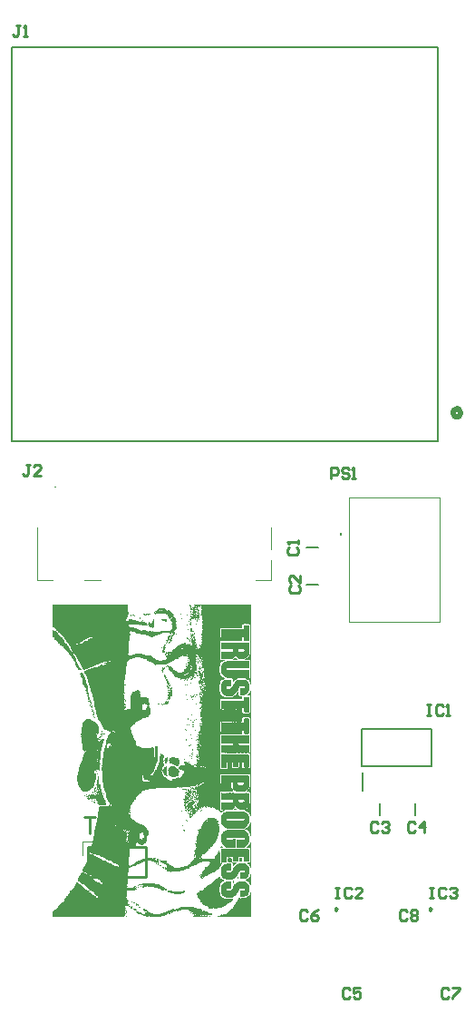
<source format=gto>
G04*
G04 #@! TF.GenerationSoftware,Altium Limited,Altium Designer,23.8.1 (32)*
G04*
G04 Layer_Color=65535*
%FSLAX44Y44*%
%MOMM*%
G71*
G04*
G04 #@! TF.SameCoordinates,C7883470-4D28-45A4-81C0-78593BF10AE1*
G04*
G04*
G04 #@! TF.FilePolarity,Positive*
G04*
G01*
G75*
%ADD10C,0.2000*%
%ADD11C,0.1000*%
%ADD12C,0.5080*%
%ADD13C,0.2500*%
%ADD14C,0.2540*%
%ADD15C,0.1524*%
G36*
X1135773Y1165900D02*
X1135037D01*
Y1166636D01*
Y1167372D01*
X1135773D01*
Y1165900D01*
D02*
G37*
G36*
X1137245D02*
Y1165164D01*
X1136509D01*
Y1166636D01*
X1137245D01*
Y1165900D01*
D02*
G37*
G36*
X1146810Y1159278D02*
X1146074D01*
Y1160750D01*
Y1161486D01*
Y1162221D01*
X1146810D01*
Y1159278D01*
D02*
G37*
G36*
X1132830Y1158542D02*
X1132094D01*
Y1159278D01*
X1132830D01*
Y1158542D01*
D02*
G37*
G36*
X1127679Y1157807D02*
X1126944D01*
Y1158542D01*
X1127679D01*
Y1157807D01*
D02*
G37*
G36*
X1098983D02*
X1096776D01*
Y1157071D01*
X1096040D01*
Y1157807D01*
X1095304D01*
Y1157071D01*
X1093097D01*
Y1157807D01*
X1092361D01*
Y1158542D01*
X1093833D01*
Y1157807D01*
X1094569D01*
Y1158542D01*
X1098983D01*
Y1157807D01*
D02*
G37*
G36*
X1133566Y1157071D02*
X1132830D01*
Y1157807D01*
X1133566D01*
Y1157071D01*
D02*
G37*
G36*
X1083532D02*
X1084268D01*
Y1156335D01*
X1083532D01*
Y1157071D01*
X1082060D01*
Y1157807D01*
X1083532D01*
Y1157071D01*
D02*
G37*
G36*
X1081324Y1156335D02*
X1079853D01*
Y1157071D01*
X1080589D01*
Y1157807D01*
X1081324D01*
Y1156335D01*
D02*
G37*
G36*
X1128415Y1154128D02*
X1127679D01*
Y1154863D01*
X1128415D01*
Y1154128D01*
D02*
G37*
G36*
X1089418Y1154863D02*
Y1154128D01*
X1088682D01*
Y1155599D01*
X1089418D01*
Y1154863D01*
D02*
G37*
G36*
X1145338Y1153392D02*
X1144603D01*
Y1154128D01*
X1145338D01*
Y1153392D01*
D02*
G37*
G36*
X1124736D02*
X1124000D01*
Y1154128D01*
X1124736D01*
Y1153392D01*
D02*
G37*
G36*
X1112963D02*
X1113699D01*
Y1151184D01*
X1112228D01*
Y1151920D01*
X1110020D01*
Y1152656D01*
X1109285D01*
Y1153392D01*
X1107077D01*
Y1154128D01*
X1110020D01*
Y1153392D01*
X1112228D01*
Y1154128D01*
X1112963D01*
Y1153392D01*
D02*
G37*
G36*
X1140924Y1152656D02*
X1140188D01*
Y1153392D01*
X1140924D01*
Y1152656D01*
D02*
G37*
G36*
X1092361Y1151920D02*
X1090890D01*
Y1152656D01*
X1092361D01*
Y1151920D01*
D02*
G37*
G36*
X1135037Y1151184D02*
X1134302D01*
Y1151920D01*
X1135037D01*
Y1151184D01*
D02*
G37*
G36*
X1101927Y1149713D02*
Y1148977D01*
Y1146034D01*
X1101191D01*
Y1145298D01*
X1100455D01*
Y1146034D01*
X1098248D01*
Y1146770D01*
X1097512D01*
Y1148977D01*
X1096040D01*
Y1149713D01*
X1097512D01*
Y1150449D01*
X1096776D01*
Y1151184D01*
X1098248D01*
Y1150449D01*
X1098983D01*
Y1149713D01*
X1099719D01*
Y1150449D01*
X1100455D01*
Y1151920D01*
X1101191D01*
Y1153392D01*
X1100455D01*
Y1154128D01*
X1101927D01*
Y1149713D01*
D02*
G37*
G36*
X1142395Y1148977D02*
X1140924D01*
Y1149713D01*
X1141659D01*
Y1150449D01*
X1142395D01*
Y1148977D01*
D02*
G37*
G36*
X1137245Y1150449D02*
Y1148241D01*
X1136509D01*
Y1148977D01*
X1135037D01*
Y1149713D01*
X1136509D01*
Y1151184D01*
X1137245D01*
Y1150449D01*
D02*
G37*
G36*
X1133566Y1148241D02*
X1132830D01*
Y1148977D01*
X1133566D01*
Y1148241D01*
D02*
G37*
G36*
X1135773Y1147505D02*
X1135037D01*
Y1148241D01*
X1135773D01*
Y1147505D01*
D02*
G37*
G36*
X1134302Y1143827D02*
X1133566D01*
Y1144562D01*
X1134302D01*
Y1143827D01*
D02*
G37*
G36*
X1137980Y1143091D02*
X1136509D01*
Y1145298D01*
X1137980D01*
Y1143091D01*
D02*
G37*
G36*
X1139452Y1141619D02*
X1136509D01*
Y1142355D01*
X1139452D01*
Y1141619D01*
D02*
G37*
G36*
X1142395Y1140148D02*
X1141659D01*
Y1140883D01*
X1142395D01*
Y1140148D01*
D02*
G37*
G36*
X1140188D02*
Y1139412D01*
X1139452D01*
Y1140883D01*
X1140188D01*
Y1140148D01*
D02*
G37*
G36*
X1123265Y1139412D02*
X1122529D01*
Y1140148D01*
X1123265D01*
Y1139412D01*
D02*
G37*
G36*
X1193165Y875998D02*
X1161526D01*
Y876733D01*
X1164469D01*
Y877469D01*
X1165205D01*
Y878205D01*
X1165941D01*
Y877469D01*
X1166676D01*
Y878205D01*
X1168884D01*
Y878941D01*
X1169620D01*
Y879677D01*
X1171091D01*
Y880412D01*
X1171827D01*
Y881148D01*
X1172563D01*
Y881884D01*
X1173299D01*
Y882620D01*
X1174034D01*
Y883356D01*
X1175506D01*
Y885563D01*
X1176977D01*
Y887035D01*
X1177713D01*
Y887770D01*
X1178449D01*
Y889242D01*
X1179185D01*
Y890714D01*
X1179921D01*
Y892185D01*
X1180657D01*
Y892921D01*
X1181392D01*
Y893657D01*
X1182864D01*
Y892921D01*
X1183600D01*
Y893657D01*
X1188750D01*
Y894392D01*
X1189486D01*
Y895128D01*
X1190222D01*
Y895864D01*
X1190958D01*
Y896600D01*
X1191693D01*
Y898807D01*
X1192429D01*
Y905429D01*
X1191693D01*
Y906901D01*
X1190958D01*
Y908373D01*
X1190222D01*
Y909108D01*
X1188750D01*
Y909844D01*
X1188014D01*
Y910580D01*
X1188750D01*
Y911316D01*
X1190222D01*
Y912787D01*
X1190958D01*
Y913523D01*
X1191693D01*
Y915731D01*
X1192429D01*
Y921617D01*
X1191693D01*
Y923824D01*
X1190958D01*
Y925296D01*
X1189486D01*
Y926767D01*
X1191693D01*
Y940012D01*
X1188014D01*
Y940748D01*
X1188750D01*
Y941483D01*
X1189486D01*
Y942219D01*
X1190222D01*
Y942955D01*
X1190958D01*
Y943691D01*
X1191693D01*
Y945898D01*
X1192429D01*
Y951784D01*
X1191693D01*
Y953992D01*
X1190958D01*
Y955463D01*
X1190222D01*
Y956199D01*
X1189486D01*
Y956935D01*
X1188014D01*
Y957671D01*
X1186543D01*
Y958407D01*
X1169620D01*
Y959142D01*
X1168148D01*
Y959878D01*
X1167412D01*
Y960614D01*
X1166676D01*
Y961350D01*
X1165941D01*
Y962821D01*
X1165205D01*
Y970915D01*
X1165941D01*
Y971651D01*
X1166676D01*
Y973122D01*
X1168148D01*
Y973858D01*
X1168884D01*
Y974594D01*
X1186543D01*
Y973858D01*
X1188014D01*
Y973122D01*
X1188750D01*
Y972387D01*
X1189486D01*
Y971651D01*
X1190222D01*
Y970179D01*
X1190958D01*
Y963557D01*
X1190222D01*
Y962085D01*
X1189486D01*
Y960614D01*
X1188750D01*
Y959878D01*
X1188014D01*
Y959142D01*
X1189486D01*
Y959878D01*
X1190222D01*
Y960614D01*
X1190958D01*
Y962085D01*
X1191693D01*
Y964293D01*
X1192429D01*
Y970179D01*
X1191693D01*
Y971651D01*
X1190958D01*
Y973122D01*
X1190222D01*
Y973858D01*
X1189486D01*
Y974594D01*
X1188014D01*
Y975330D01*
X1186543D01*
Y976066D01*
X1182128D01*
Y976801D01*
X1179921D01*
Y977537D01*
X1179185D01*
Y978273D01*
X1178449D01*
Y979009D01*
X1177713D01*
Y977537D01*
X1176977D01*
Y976801D01*
X1179185D01*
Y976066D01*
X1176977D01*
Y976801D01*
X1176242D01*
Y976066D01*
X1168148D01*
Y975330D01*
X1167412D01*
Y974594D01*
X1165941D01*
Y973858D01*
X1165205D01*
Y973122D01*
X1164469D01*
Y973858D01*
X1163733D01*
Y974594D01*
X1162998D01*
Y975330D01*
X1162262D01*
Y976066D01*
X1160054D01*
Y976801D01*
X1159318D01*
Y977537D01*
X1157111D01*
Y978273D01*
X1156375D01*
Y977537D01*
X1154904D01*
Y978273D01*
X1151961D01*
Y979009D01*
X1151225D01*
Y977537D01*
X1150489D01*
Y978273D01*
X1149753D01*
Y979009D01*
X1149017D01*
Y978273D01*
X1148282D01*
Y977537D01*
X1147546D01*
Y976801D01*
X1146810D01*
Y978273D01*
X1146074D01*
Y976801D01*
X1145338D01*
Y977537D01*
X1144603D01*
Y976066D01*
X1143131D01*
Y974594D01*
X1142395D01*
Y973858D01*
X1141659D01*
Y973122D01*
X1140924D01*
Y972387D01*
X1140188D01*
Y971651D01*
X1138716D01*
Y970179D01*
X1137980D01*
Y969443D01*
X1137245D01*
Y967972D01*
X1136509D01*
Y968708D01*
X1135037D01*
Y971651D01*
X1134302D01*
Y972387D01*
X1133566D01*
Y973122D01*
X1134302D01*
Y972387D01*
X1135773D01*
Y973122D01*
X1134302D01*
Y973858D01*
X1135773D01*
Y974594D01*
X1136509D01*
Y975330D01*
X1135037D01*
Y974594D01*
X1133566D01*
Y976066D01*
X1132830D01*
Y976801D01*
X1131358D01*
Y979009D01*
X1132094D01*
Y979744D01*
X1129887D01*
Y981216D01*
X1130622D01*
Y981952D01*
X1129887D01*
Y983423D01*
X1130622D01*
Y984159D01*
X1129887D01*
Y984895D01*
X1131358D01*
Y985631D01*
X1129151D01*
Y986367D01*
X1130622D01*
Y988574D01*
X1131358D01*
Y989310D01*
X1130622D01*
Y990046D01*
X1131358D01*
Y989310D01*
X1132094D01*
Y990046D01*
X1131358D01*
Y990781D01*
X1132830D01*
Y991517D01*
X1131358D01*
Y992253D01*
X1132094D01*
Y992989D01*
X1132830D01*
Y992253D01*
X1134302D01*
Y992989D01*
X1133566D01*
Y995196D01*
X1134302D01*
Y994460D01*
X1135037D01*
Y993725D01*
X1135773D01*
Y994460D01*
X1136509D01*
Y995196D01*
X1137245D01*
Y995932D01*
X1134302D01*
Y996668D01*
X1136509D01*
Y997404D01*
X1128415D01*
Y996668D01*
X1127679D01*
Y997404D01*
X1126944D01*
Y996668D01*
X1126208D01*
Y997404D01*
X1123265D01*
Y996668D01*
X1110020D01*
Y995932D01*
X1109285D01*
Y996668D01*
X1107813D01*
Y995932D01*
X1104134D01*
Y995196D01*
X1096776D01*
Y994460D01*
X1093833D01*
Y993725D01*
X1090890D01*
Y992989D01*
X1090154D01*
Y991517D01*
X1088682D01*
Y990781D01*
X1087946D01*
Y989310D01*
X1087211D01*
Y988574D01*
X1086475D01*
Y987838D01*
X1085739D01*
Y986367D01*
X1085003D01*
Y985631D01*
X1084268D01*
Y984895D01*
X1083532D01*
Y983423D01*
X1082796D01*
Y982688D01*
X1082060D01*
Y981216D01*
X1081324D01*
Y980480D01*
X1080589D01*
Y977537D01*
X1079853D01*
Y976801D01*
X1079117D01*
Y976066D01*
X1079853D01*
Y975330D01*
X1079117D01*
Y974594D01*
X1079853D01*
Y972387D01*
X1079117D01*
Y973858D01*
X1077645D01*
Y973122D01*
X1078381D01*
Y971651D01*
X1079853D01*
Y969443D01*
X1080589D01*
Y968708D01*
X1081324D01*
Y967236D01*
X1082060D01*
Y966500D01*
X1083532D01*
Y965764D01*
X1084268D01*
Y965029D01*
X1085003D01*
Y964293D01*
X1087211D01*
Y963557D01*
X1088682D01*
Y962821D01*
X1090890D01*
Y962085D01*
X1091626D01*
Y961350D01*
X1093097D01*
Y960614D01*
X1093833D01*
Y959878D01*
X1094569D01*
Y959142D01*
X1095304D01*
Y957671D01*
X1096040D01*
Y956199D01*
X1096776D01*
Y952520D01*
X1096040D01*
Y951049D01*
X1095304D01*
Y946634D01*
X1094569D01*
Y944426D01*
X1093097D01*
Y943691D01*
X1092361D01*
Y942955D01*
X1089418D01*
Y943691D01*
X1087946D01*
Y944426D01*
X1087211D01*
Y945162D01*
X1086475D01*
Y944426D01*
X1085739D01*
Y942219D01*
X1085003D01*
Y940748D01*
X1084268D01*
Y940012D01*
X1081324D01*
Y940748D01*
X1080589D01*
Y941483D01*
X1079117D01*
Y931918D01*
X1078381D01*
Y924560D01*
X1079117D01*
Y923824D01*
X1080589D01*
Y924560D01*
X1082060D01*
Y925296D01*
X1083532D01*
Y926032D01*
X1084268D01*
Y926767D01*
X1085739D01*
Y927503D01*
X1087211D01*
Y928239D01*
X1087946D01*
Y928975D01*
X1089418D01*
Y929711D01*
X1091626D01*
Y930446D01*
X1094569D01*
Y931182D01*
X1100455D01*
Y930446D01*
X1101191D01*
Y931182D01*
X1101927D01*
Y930446D01*
X1102662D01*
Y931182D01*
X1104134D01*
Y930446D01*
X1103398D01*
Y929711D01*
X1104134D01*
Y928975D01*
X1104870D01*
Y930446D01*
X1106341D01*
Y924560D01*
X1105606D01*
Y926767D01*
X1104870D01*
Y925296D01*
X1104134D01*
Y926767D01*
X1102662D01*
Y927503D01*
X1099719D01*
Y928239D01*
X1094569D01*
Y927503D01*
X1092361D01*
Y926767D01*
X1090154D01*
Y926032D01*
X1088682D01*
Y925296D01*
X1086475D01*
Y924560D01*
X1085739D01*
Y923824D01*
X1084268D01*
Y923088D01*
X1082060D01*
Y922353D01*
X1079853D01*
Y921617D01*
X1078381D01*
Y917938D01*
X1077645D01*
Y906165D01*
X1076910D01*
Y904694D01*
X1077645D01*
Y903958D01*
X1076910D01*
Y903222D01*
X1082796D01*
Y903958D01*
X1083532D01*
Y904694D01*
X1085003D01*
Y903958D01*
X1084268D01*
Y903222D01*
X1085739D01*
Y902486D01*
X1086475D01*
Y901750D01*
X1084268D01*
Y901015D01*
X1080589D01*
Y900279D01*
X1076910D01*
Y895864D01*
X1076174D01*
Y895128D01*
X1076910D01*
Y894392D01*
X1076174D01*
Y893657D01*
X1076910D01*
Y892185D01*
X1077645D01*
Y891449D01*
X1078381D01*
Y890714D01*
X1077645D01*
Y887770D01*
X1079117D01*
Y887035D01*
X1078381D01*
Y886299D01*
X1080589D01*
Y885563D01*
X1081324D01*
Y886299D01*
X1082060D01*
Y883356D01*
X1081324D01*
Y884091D01*
X1080589D01*
Y884827D01*
X1079853D01*
Y885563D01*
X1078381D01*
Y886299D01*
X1075438D01*
Y884827D01*
X1076174D01*
Y884091D01*
X1075438D01*
Y882620D01*
X1076174D01*
Y881884D01*
X1076910D01*
Y879677D01*
X1076174D01*
Y881884D01*
X1075438D01*
Y879677D01*
X1076174D01*
Y878941D01*
X1075438D01*
Y876733D01*
X1074702D01*
Y875998D01*
X1007745D01*
Y881148D01*
X1008481D01*
Y881884D01*
X1009217D01*
Y882620D01*
X1010688D01*
Y884091D01*
X1011424D01*
Y884827D01*
X1012160D01*
Y885563D01*
X1012896D01*
Y886299D01*
X1013631D01*
Y887035D01*
X1014367D01*
Y887770D01*
X1015103D01*
Y888506D01*
X1015839D01*
Y889242D01*
X1016574D01*
Y889978D01*
X1017310D01*
Y890714D01*
X1018046D01*
Y892185D01*
X1018782D01*
Y892921D01*
X1019518D01*
Y893657D01*
X1020254D01*
Y895128D01*
X1020989D01*
Y895864D01*
X1021725D01*
Y897336D01*
X1022461D01*
Y898071D01*
X1023197D01*
Y899543D01*
X1023932D01*
Y900279D01*
X1024668D01*
Y901015D01*
X1025404D01*
Y901750D01*
X1026140D01*
Y902486D01*
X1026876D01*
Y903222D01*
X1027611D01*
Y904694D01*
X1028347D01*
Y906165D01*
X1029083D01*
Y907637D01*
X1029819D01*
Y908373D01*
X1031290D01*
Y907637D01*
X1032026D01*
Y906901D01*
X1032762D01*
Y906165D01*
X1033498D01*
Y905429D01*
X1034234D01*
Y904694D01*
X1034969D01*
Y903958D01*
X1036441D01*
Y903222D01*
X1037177D01*
Y902486D01*
X1037913D01*
Y901750D01*
X1039384D01*
Y901015D01*
X1040856D01*
Y900279D01*
X1042327D01*
Y899543D01*
X1041591D01*
Y898807D01*
X1043063D01*
Y898071D01*
X1043799D01*
Y897336D01*
X1044535D01*
Y896600D01*
X1046006D01*
Y895128D01*
X1048214D01*
Y893657D01*
X1049685D01*
Y895864D01*
X1048214D01*
Y896600D01*
X1047478D01*
Y897336D01*
X1046742D01*
Y898071D01*
X1046006D01*
Y898807D01*
X1045270D01*
Y899543D01*
X1043799D01*
Y900279D01*
X1043063D01*
Y901015D01*
X1042327D01*
Y901750D01*
X1041591D01*
Y902486D01*
X1040120D01*
Y903222D01*
X1039384D01*
Y903958D01*
X1038648D01*
Y904694D01*
X1037913D01*
Y905429D01*
X1037177D01*
Y906165D01*
X1035705D01*
Y906901D01*
X1034234D01*
Y907637D01*
X1033498D01*
Y908373D01*
X1032762D01*
Y909108D01*
X1031290D01*
Y912787D01*
X1032026D01*
Y914259D01*
X1032762D01*
Y914995D01*
X1033498D01*
Y916466D01*
X1034234D01*
Y917202D01*
X1034969D01*
Y917938D01*
X1035705D01*
Y917202D01*
X1037177D01*
Y916466D01*
X1038648D01*
Y915731D01*
X1039384D01*
Y914995D01*
X1040856D01*
Y914259D01*
X1041591D01*
Y913523D01*
X1042327D01*
Y912787D01*
X1043799D01*
Y912051D01*
X1044535D01*
Y911316D01*
X1045270D01*
Y910580D01*
X1046742D01*
Y909844D01*
X1047478D01*
Y909108D01*
X1048949D01*
Y908373D01*
X1051157D01*
Y907637D01*
X1052628D01*
Y906901D01*
X1054100D01*
Y908373D01*
X1052628D01*
Y909108D01*
X1051893D01*
Y909844D01*
X1051157D01*
Y910580D01*
X1049685D01*
Y911316D01*
X1048214D01*
Y912051D01*
X1047478D01*
Y912787D01*
X1046006D01*
Y913523D01*
X1045270D01*
Y914259D01*
X1043799D01*
Y914995D01*
X1041591D01*
Y915731D01*
X1040120D01*
Y916466D01*
X1038648D01*
Y917202D01*
X1037913D01*
Y917938D01*
X1036441D01*
Y918674D01*
X1035705D01*
Y920881D01*
X1036441D01*
Y922353D01*
X1037177D01*
Y923824D01*
X1037913D01*
Y925296D01*
X1038648D01*
Y926767D01*
X1039384D01*
Y928975D01*
X1040120D01*
Y933390D01*
X1040856D01*
Y934861D01*
X1043063D01*
Y934125D01*
X1045270D01*
Y933390D01*
X1046742D01*
Y932654D01*
X1048214D01*
Y931918D01*
X1049685D01*
Y931182D01*
X1051157D01*
Y930446D01*
X1053364D01*
Y929711D01*
X1054100D01*
Y928975D01*
X1055572D01*
Y928239D01*
X1057043D01*
Y927503D01*
X1058515D01*
Y926767D01*
X1059986D01*
Y926032D01*
X1062194D01*
Y925296D01*
X1062930D01*
Y924560D01*
X1065137D01*
Y923824D01*
X1067344D01*
Y923088D01*
X1068080D01*
Y922353D01*
X1069552D01*
Y924560D01*
X1068080D01*
Y925296D01*
X1066609D01*
Y926032D01*
X1064401D01*
Y926767D01*
X1063665D01*
Y927503D01*
X1062194D01*
Y928239D01*
X1060722D01*
Y928975D01*
X1059251D01*
Y929711D01*
X1057779D01*
Y930446D01*
X1056307D01*
Y931182D01*
X1054836D01*
Y931918D01*
X1052628D01*
Y932654D01*
X1051157D01*
Y933390D01*
X1048214D01*
Y934125D01*
X1046006D01*
Y934861D01*
X1044535D01*
Y935597D01*
X1043063D01*
Y936333D01*
X1042327D01*
Y939276D01*
X1043063D01*
Y940748D01*
X1043799D01*
Y943691D01*
X1044535D01*
Y947370D01*
X1045270D01*
Y951784D01*
X1046006D01*
Y954728D01*
X1046742D01*
Y957671D01*
X1047478D01*
Y960614D01*
X1048214D01*
Y964293D01*
X1048949D01*
Y967972D01*
X1049685D01*
Y974594D01*
X1050421D01*
Y978273D01*
X1051157D01*
Y979009D01*
X1057779D01*
Y979744D01*
X1059986D01*
Y980480D01*
X1060722D01*
Y982688D01*
X1059986D01*
Y983423D01*
X1059251D01*
Y985631D01*
X1058515D01*
Y987103D01*
X1057779D01*
Y989310D01*
X1057043D01*
Y992253D01*
X1056307D01*
Y993725D01*
X1055572D01*
Y996668D01*
X1054836D01*
Y1001083D01*
X1054100D01*
Y1001818D01*
X1054836D01*
Y1002554D01*
X1054100D01*
Y1012119D01*
X1053364D01*
Y1012855D01*
X1054100D01*
Y1013591D01*
X1053364D01*
Y1015798D01*
X1054100D01*
Y1016534D01*
X1053364D01*
Y1017270D01*
X1054100D01*
Y1024628D01*
X1054836D01*
Y1030514D01*
X1055572D01*
Y1033457D01*
X1056307D01*
Y1036401D01*
X1057043D01*
Y1039344D01*
X1057779D01*
Y1040815D01*
X1058515D01*
Y1043023D01*
X1059251D01*
Y1045230D01*
X1059986D01*
Y1045966D01*
X1060722D01*
Y1047438D01*
X1061458D01*
Y1048909D01*
X1059986D01*
Y1049645D01*
X1058515D01*
Y1050381D01*
X1055572D01*
Y1051116D01*
X1054836D01*
Y1053324D01*
X1054100D01*
Y1054796D01*
X1053364D01*
Y1056267D01*
X1052628D01*
Y1057003D01*
X1051893D01*
Y1058474D01*
X1051157D01*
Y1059210D01*
X1050421D01*
Y1059946D01*
X1049685D01*
Y1062153D01*
X1048949D01*
Y1065097D01*
X1048214D01*
Y1069511D01*
X1047478D01*
Y1071719D01*
X1046742D01*
Y1075398D01*
X1046006D01*
Y1077605D01*
X1045270D01*
Y1080548D01*
X1044535D01*
Y1084227D01*
X1043799D01*
Y1086435D01*
X1043063D01*
Y1089378D01*
X1042327D01*
Y1092321D01*
X1041591D01*
Y1094528D01*
X1040856D01*
Y1096736D01*
X1040120D01*
Y1098207D01*
X1039384D01*
Y1100415D01*
X1038648D01*
Y1101886D01*
X1037913D01*
Y1102622D01*
X1037177D01*
Y1105565D01*
X1038648D01*
Y1106301D01*
X1040856D01*
Y1107037D01*
X1043063D01*
Y1107773D01*
X1045270D01*
Y1108508D01*
X1046742D01*
Y1109244D01*
X1049685D01*
Y1109980D01*
X1051157D01*
Y1110716D01*
X1051893D01*
Y1109980D01*
X1052628D01*
Y1111452D01*
X1054100D01*
Y1110716D01*
X1055572D01*
Y1111452D01*
X1057779D01*
Y1112187D01*
X1055572D01*
Y1112923D01*
X1058515D01*
Y1113659D01*
X1061458D01*
Y1115131D01*
X1059986D01*
Y1114395D01*
X1057779D01*
Y1113659D01*
X1054836D01*
Y1112923D01*
X1051893D01*
Y1112187D01*
X1050421D01*
Y1111452D01*
X1048214D01*
Y1110716D01*
X1046006D01*
Y1109980D01*
X1044535D01*
Y1109244D01*
X1043799D01*
Y1108508D01*
X1042327D01*
Y1107773D01*
X1040120D01*
Y1107037D01*
X1037913D01*
Y1106301D01*
X1036441D01*
Y1107037D01*
X1035705D01*
Y1107773D01*
X1034969D01*
Y1109244D01*
X1034234D01*
Y1110716D01*
X1033498D01*
Y1112187D01*
X1032762D01*
Y1113659D01*
X1032026D01*
Y1115131D01*
X1031290D01*
Y1116602D01*
X1030555D01*
Y1118074D01*
X1029819D01*
Y1118810D01*
X1029083D01*
Y1120281D01*
X1028347D01*
Y1121017D01*
X1027611D01*
Y1121753D01*
X1026876D01*
Y1120281D01*
X1027611D01*
Y1118810D01*
X1028347D01*
Y1117338D01*
X1029083D01*
Y1115131D01*
X1029819D01*
Y1114395D01*
X1030555D01*
Y1112187D01*
X1031290D01*
Y1110716D01*
X1032026D01*
Y1109244D01*
X1032762D01*
Y1107773D01*
X1033498D01*
Y1107037D01*
X1034234D01*
Y1106301D01*
X1031290D01*
Y1107773D01*
X1030555D01*
Y1109244D01*
X1029819D01*
Y1109980D01*
X1029083D01*
Y1110716D01*
X1028347D01*
Y1113659D01*
X1027611D01*
Y1115131D01*
X1026876D01*
Y1116602D01*
X1026140D01*
Y1117338D01*
X1025404D01*
Y1118810D01*
X1024668D01*
Y1119545D01*
X1023932D01*
Y1120281D01*
X1023197D01*
Y1121017D01*
X1022461D01*
Y1122488D01*
X1021725D01*
Y1123224D01*
X1020989D01*
Y1123960D01*
X1020254D01*
Y1124696D01*
X1019518D01*
Y1125432D01*
X1018782D01*
Y1126903D01*
X1017310D01*
Y1128375D01*
X1015839D01*
Y1129111D01*
X1014367D01*
Y1130582D01*
X1013631D01*
Y1131318D01*
X1012896D01*
Y1132054D01*
X1012160D01*
Y1132790D01*
X1011424D01*
Y1133525D01*
X1010688D01*
Y1134261D01*
X1009217D01*
Y1136469D01*
X1007745D01*
Y1143827D01*
X1008481D01*
Y1143091D01*
X1009217D01*
Y1142355D01*
X1010688D01*
Y1141619D01*
X1011424D01*
Y1140883D01*
X1012160D01*
Y1140148D01*
X1012896D01*
Y1139412D01*
X1013631D01*
Y1138676D01*
X1014367D01*
Y1137940D01*
X1015103D01*
Y1137204D01*
X1015839D01*
Y1136469D01*
X1016574D01*
Y1134997D01*
X1017310D01*
Y1134261D01*
X1018046D01*
Y1133525D01*
X1018782D01*
Y1132054D01*
X1019518D01*
Y1131318D01*
X1020254D01*
Y1130582D01*
X1020989D01*
Y1129111D01*
X1021725D01*
Y1128375D01*
X1022461D01*
Y1126903D01*
X1023197D01*
Y1125432D01*
X1023932D01*
Y1124696D01*
X1024668D01*
Y1123960D01*
X1025404D01*
Y1125432D01*
X1024668D01*
Y1128375D01*
X1023197D01*
Y1129111D01*
X1022461D01*
Y1130582D01*
X1021725D01*
Y1132054D01*
X1020989D01*
Y1132790D01*
X1020254D01*
Y1134261D01*
X1019518D01*
Y1134997D01*
X1018782D01*
Y1135733D01*
X1018046D01*
Y1136469D01*
X1017310D01*
Y1137940D01*
X1016574D01*
Y1138676D01*
X1015839D01*
Y1139412D01*
X1015103D01*
Y1140148D01*
X1014367D01*
Y1140883D01*
X1012896D01*
Y1141619D01*
X1012160D01*
Y1143091D01*
X1010688D01*
Y1144562D01*
X1009952D01*
Y1145298D01*
X1009217D01*
Y1146034D01*
X1007745D01*
Y1167372D01*
X1077645D01*
Y1160750D01*
X1078381D01*
Y1157807D01*
X1077645D01*
Y1155599D01*
X1076910D01*
Y1153392D01*
X1076174D01*
Y1151920D01*
X1078381D01*
Y1153392D01*
X1082060D01*
Y1152656D01*
X1085003D01*
Y1151920D01*
X1087946D01*
Y1151184D01*
X1090154D01*
Y1151920D01*
X1090890D01*
Y1151184D01*
X1093833D01*
Y1150449D01*
X1095304D01*
Y1148977D01*
X1096040D01*
Y1147505D01*
X1095304D01*
Y1148241D01*
X1094569D01*
Y1147505D01*
X1093833D01*
Y1148241D01*
X1090154D01*
Y1148977D01*
X1089418D01*
Y1148241D01*
X1088682D01*
Y1148977D01*
X1078381D01*
Y1146770D01*
X1079117D01*
Y1146034D01*
X1083532D01*
Y1145298D01*
X1086475D01*
Y1144562D01*
X1087946D01*
Y1143827D01*
X1089418D01*
Y1143091D01*
X1091626D01*
Y1143827D01*
X1094569D01*
Y1143091D01*
X1095304D01*
Y1142355D01*
X1096040D01*
Y1141619D01*
X1097512D01*
Y1142355D01*
X1098983D01*
Y1143091D01*
X1099719D01*
Y1141619D01*
X1100455D01*
Y1142355D01*
X1101191D01*
Y1141619D01*
X1107813D01*
Y1142355D01*
X1109285D01*
Y1143091D01*
X1117378D01*
Y1143827D01*
X1118114D01*
Y1144562D01*
X1118850D01*
Y1146034D01*
X1119586D01*
Y1146770D01*
X1118850D01*
Y1147505D01*
X1118114D01*
Y1148241D01*
X1118850D01*
Y1148977D01*
X1118114D01*
Y1149713D01*
X1118850D01*
Y1151184D01*
X1118114D01*
Y1151920D01*
X1117378D01*
Y1154128D01*
X1116643D01*
Y1154863D01*
X1115907D01*
Y1156335D01*
X1115171D01*
Y1157807D01*
X1114435D01*
Y1157071D01*
X1113699D01*
Y1157807D01*
X1112963D01*
Y1158542D01*
X1110756D01*
Y1159278D01*
X1105606D01*
Y1158542D01*
X1104870D01*
Y1159278D01*
X1104134D01*
Y1157807D01*
X1103398D01*
Y1158542D01*
X1102662D01*
Y1160750D01*
X1103398D01*
Y1161486D01*
X1104870D01*
Y1162221D01*
X1105606D01*
Y1162957D01*
X1106341D01*
Y1163693D01*
X1112228D01*
Y1162957D01*
X1112963D01*
Y1162221D01*
X1114435D01*
Y1161486D01*
X1115171D01*
Y1162221D01*
X1116643D01*
Y1161486D01*
X1117378D01*
Y1160750D01*
X1118114D01*
Y1160014D01*
X1118850D01*
Y1158542D01*
X1120321D01*
Y1157807D01*
X1121057D01*
Y1157071D01*
X1120321D01*
Y1156335D01*
X1121057D01*
Y1155599D01*
X1121793D01*
Y1154863D01*
X1122529D01*
Y1154128D01*
X1121793D01*
Y1153392D01*
X1122529D01*
Y1151920D01*
X1123265D01*
Y1151184D01*
X1122529D01*
Y1148977D01*
X1123265D01*
Y1148241D01*
X1122529D01*
Y1146770D01*
X1123265D01*
Y1144562D01*
X1122529D01*
Y1143827D01*
X1121793D01*
Y1142355D01*
X1121057D01*
Y1141619D01*
X1121793D01*
Y1139412D01*
X1121057D01*
Y1138676D01*
X1120321D01*
Y1137940D01*
X1119586D01*
Y1138676D01*
X1118850D01*
Y1140883D01*
X1118114D01*
Y1139412D01*
X1117378D01*
Y1140148D01*
X1116643D01*
Y1140883D01*
X1110020D01*
Y1140148D01*
X1107813D01*
Y1139412D01*
X1105606D01*
Y1138676D01*
X1103398D01*
Y1137940D01*
X1101191D01*
Y1137204D01*
X1098983D01*
Y1137940D01*
X1096776D01*
Y1138676D01*
X1094569D01*
Y1139412D01*
X1089418D01*
Y1140148D01*
X1085003D01*
Y1140883D01*
X1084268D01*
Y1141619D01*
X1081324D01*
Y1142355D01*
X1079853D01*
Y1141619D01*
X1079117D01*
Y1140148D01*
X1079853D01*
Y1138676D01*
X1079117D01*
Y1133525D01*
X1078381D01*
Y1121753D01*
X1077645D01*
Y1121017D01*
X1078381D01*
Y1119545D01*
X1080589D01*
Y1120281D01*
X1082060D01*
Y1121017D01*
X1084268D01*
Y1121753D01*
X1091626D01*
Y1121017D01*
X1093833D01*
Y1120281D01*
X1098983D01*
Y1119545D01*
X1099719D01*
Y1118810D01*
X1100455D01*
Y1118074D01*
X1101191D01*
Y1117338D01*
X1103398D01*
Y1116602D01*
X1104134D01*
Y1115866D01*
X1106341D01*
Y1115131D01*
X1110020D01*
Y1115866D01*
X1112963D01*
Y1116602D01*
X1113699D01*
Y1118074D01*
X1112963D01*
Y1120281D01*
X1112228D01*
Y1121753D01*
X1112963D01*
Y1123224D01*
X1113699D01*
Y1122488D01*
X1115171D01*
Y1123224D01*
X1118850D01*
Y1123960D01*
X1119586D01*
Y1124696D01*
X1120321D01*
Y1125432D01*
X1121057D01*
Y1126168D01*
X1121793D01*
Y1126903D01*
X1122529D01*
Y1127639D01*
X1123265D01*
Y1128375D01*
X1124000D01*
Y1129111D01*
X1126208D01*
Y1129846D01*
X1127679D01*
Y1130582D01*
X1129151D01*
Y1131318D01*
X1129887D01*
Y1132054D01*
X1132094D01*
Y1131318D01*
X1135037D01*
Y1130582D01*
X1135773D01*
Y1129846D01*
X1136509D01*
Y1129111D01*
X1137980D01*
Y1130582D01*
X1138716D01*
Y1131318D01*
X1137980D01*
Y1132054D01*
X1137245D01*
Y1134997D01*
X1136509D01*
Y1135733D01*
X1137245D01*
Y1134997D01*
X1137980D01*
Y1135733D01*
X1137245D01*
Y1137940D01*
X1136509D01*
Y1138676D01*
X1137245D01*
Y1139412D01*
X1136509D01*
Y1140148D01*
X1135773D01*
Y1140883D01*
X1136509D01*
Y1140148D01*
X1137245D01*
Y1139412D01*
X1137980D01*
Y1140148D01*
X1138716D01*
Y1139412D01*
X1139452D01*
Y1138676D01*
X1138716D01*
Y1137940D01*
X1140188D01*
Y1134997D01*
X1140924D01*
Y1133525D01*
X1140188D01*
Y1132790D01*
X1140924D01*
Y1130582D01*
X1141659D01*
Y1127639D01*
X1143131D01*
Y1126168D01*
X1143867D01*
Y1126903D01*
X1145338D01*
Y1128375D01*
X1144603D01*
Y1129846D01*
X1145338D01*
Y1129111D01*
X1146074D01*
Y1130582D01*
X1145338D01*
Y1131318D01*
X1146074D01*
Y1130582D01*
X1146810D01*
Y1132054D01*
X1146074D01*
Y1132790D01*
X1146810D01*
Y1134261D01*
X1146074D01*
Y1134997D01*
X1146810D01*
Y1135733D01*
X1146074D01*
Y1136469D01*
X1146810D01*
Y1135733D01*
X1147546D01*
Y1136469D01*
X1146810D01*
Y1138676D01*
X1146074D01*
Y1140148D01*
X1146810D01*
Y1139412D01*
Y1138676D01*
X1147546D01*
Y1140883D01*
X1146810D01*
Y1143091D01*
X1147546D01*
Y1143827D01*
X1148282D01*
Y1144562D01*
X1147546D01*
Y1148977D01*
X1148282D01*
Y1149713D01*
X1147546D01*
Y1151184D01*
X1146810D01*
Y1151920D01*
X1148282D01*
Y1152656D01*
X1147546D01*
Y1153392D01*
X1146810D01*
Y1154128D01*
X1147546D01*
Y1157807D01*
X1146810D01*
Y1157071D01*
X1145338D01*
Y1157807D01*
X1146074D01*
Y1158542D01*
X1147546D01*
Y1162221D01*
X1146810D01*
Y1162957D01*
X1146074D01*
Y1164429D01*
X1144603D01*
Y1165900D01*
X1143867D01*
Y1165164D01*
X1143131D01*
Y1162957D01*
X1143867D01*
Y1162221D01*
X1144603D01*
Y1161486D01*
X1143867D01*
Y1160014D01*
X1144603D01*
Y1159278D01*
X1143867D01*
Y1158542D01*
X1144603D01*
Y1154863D01*
X1143867D01*
Y1153392D01*
X1144603D01*
Y1152656D01*
X1143867D01*
Y1153392D01*
X1143131D01*
Y1154863D01*
X1142395D01*
Y1153392D01*
X1143131D01*
Y1151184D01*
X1142395D01*
Y1153392D01*
X1141659D01*
Y1154863D01*
X1140924D01*
Y1154128D01*
X1140188D01*
Y1154863D01*
X1139452D01*
Y1154128D01*
X1137245D01*
Y1151920D01*
X1135773D01*
Y1152656D01*
X1135037D01*
Y1153392D01*
X1136509D01*
Y1154863D01*
X1137245D01*
Y1155599D01*
X1135773D01*
Y1157071D01*
X1137245D01*
Y1156335D01*
X1138716D01*
Y1157071D01*
X1137980D01*
Y1157807D01*
X1135773D01*
Y1158542D01*
X1136509D01*
Y1159278D01*
X1135773D01*
Y1160750D01*
X1136509D01*
Y1161486D01*
X1137245D01*
Y1160014D01*
X1136509D01*
Y1159278D01*
X1138716D01*
Y1160014D01*
X1137980D01*
Y1160750D01*
X1138716D01*
Y1162221D01*
X1136509D01*
Y1162957D01*
X1135773D01*
Y1163693D01*
X1136509D01*
Y1164429D01*
X1137245D01*
Y1163693D01*
X1137980D01*
Y1164429D01*
X1139452D01*
Y1165900D01*
X1140188D01*
Y1166636D01*
X1139452D01*
Y1167372D01*
X1193165D01*
Y875998D01*
D02*
G37*
G36*
X1142395Y1134997D02*
X1141659D01*
Y1135733D01*
Y1136469D01*
X1142395D01*
Y1134997D01*
D02*
G37*
G36*
X1118850Y1137940D02*
X1119586D01*
Y1135733D01*
X1118850D01*
Y1134997D01*
X1118114D01*
Y1134261D01*
X1118850D01*
Y1133525D01*
X1118114D01*
Y1132790D01*
X1117378D01*
Y1133525D01*
X1116643D01*
Y1134261D01*
X1115907D01*
Y1133525D01*
X1115171D01*
Y1132054D01*
X1113699D01*
Y1133525D01*
X1112963D01*
Y1134261D01*
X1113699D01*
Y1133525D01*
X1114435D01*
Y1134261D01*
X1115171D01*
Y1136469D01*
X1116643D01*
Y1134997D01*
X1117378D01*
Y1136469D01*
X1118114D01*
Y1137940D01*
X1117378D01*
Y1137204D01*
X1115171D01*
Y1137940D01*
X1115907D01*
Y1138676D01*
X1118850D01*
Y1137940D01*
D02*
G37*
G36*
X1133566Y1135733D02*
X1134302D01*
Y1134997D01*
X1135037D01*
Y1134261D01*
X1135773D01*
Y1132790D01*
X1135037D01*
Y1133525D01*
Y1134261D01*
X1134302D01*
Y1134997D01*
X1132830D01*
Y1136469D01*
X1133566D01*
Y1135733D01*
D02*
G37*
G36*
X1117378Y1132054D02*
X1116643D01*
Y1131318D01*
X1115907D01*
Y1132054D01*
Y1132790D01*
X1117378D01*
Y1132054D01*
D02*
G37*
G36*
X1113699Y1131318D02*
X1112963D01*
Y1132054D01*
X1113699D01*
Y1131318D01*
D02*
G37*
G36*
X1112963Y1130582D02*
X1111492D01*
Y1131318D01*
X1112963D01*
Y1130582D01*
D02*
G37*
G36*
X1110020Y1126903D02*
X1109285D01*
Y1127639D01*
X1110020D01*
Y1126903D01*
D02*
G37*
G36*
X1112963Y1129111D02*
X1112228D01*
Y1127639D01*
X1112963D01*
Y1126903D01*
X1112228D01*
Y1126168D01*
X1112963D01*
Y1125432D01*
X1112228D01*
Y1126168D01*
X1110756D01*
Y1128375D01*
X1111492D01*
Y1129846D01*
X1112963D01*
Y1129111D01*
D02*
G37*
G36*
X1110756Y1125432D02*
X1112228D01*
Y1124696D01*
X1111492D01*
Y1123960D01*
X1112228D01*
Y1122488D01*
X1110020D01*
Y1124696D01*
X1110756D01*
Y1125432D01*
X1110020D01*
Y1126168D01*
X1110756D01*
Y1125432D01*
D02*
G37*
G36*
Y1119545D02*
X1110020D01*
Y1120281D01*
X1110756D01*
Y1119545D01*
D02*
G37*
G36*
X1035705Y1102622D02*
X1036441D01*
Y1101151D01*
X1037177D01*
Y1099679D01*
X1037913D01*
Y1096736D01*
X1038648D01*
Y1093793D01*
X1039384D01*
Y1091585D01*
X1040120D01*
Y1087906D01*
X1040856D01*
Y1084963D01*
X1041591D01*
Y1081284D01*
X1042327D01*
Y1078341D01*
X1043063D01*
Y1076869D01*
X1043799D01*
Y1073926D01*
X1043063D01*
Y1076133D01*
X1042327D01*
Y1076869D01*
X1040856D01*
Y1077605D01*
X1042327D01*
Y1078341D01*
X1040856D01*
Y1081284D01*
X1040120D01*
Y1082020D01*
X1039384D01*
Y1082756D01*
X1040120D01*
Y1083491D01*
X1039384D01*
Y1084227D01*
X1038648D01*
Y1084963D01*
X1039384D01*
Y1085699D01*
X1038648D01*
Y1087170D01*
X1037913D01*
Y1087906D01*
X1038648D01*
Y1089378D01*
X1037913D01*
Y1090114D01*
X1037177D01*
Y1091585D01*
X1036441D01*
Y1093057D01*
X1035705D01*
Y1096000D01*
X1034969D01*
Y1098943D01*
X1034234D01*
Y1099679D01*
X1033498D01*
Y1101886D01*
X1032762D01*
Y1102622D01*
X1033498D01*
Y1104094D01*
X1035705D01*
Y1102622D01*
D02*
G37*
G36*
X1043063Y1072455D02*
X1043799D01*
Y1073190D01*
X1044535D01*
Y1070983D01*
X1043799D01*
Y1071719D01*
X1043063D01*
Y1072455D01*
X1042327D01*
Y1073926D01*
X1043063D01*
Y1072455D01*
D02*
G37*
G36*
X1044535Y1069511D02*
X1045270D01*
Y1067304D01*
X1046006D01*
Y1065097D01*
X1046742D01*
Y1062153D01*
X1047478D01*
Y1061418D01*
X1046006D01*
Y1062153D01*
X1045270D01*
Y1062889D01*
X1046006D01*
Y1063625D01*
X1045270D01*
Y1064361D01*
X1044535D01*
Y1065097D01*
X1045270D01*
Y1067304D01*
X1043799D01*
Y1068040D01*
X1044535D01*
Y1069511D01*
X1043799D01*
Y1070247D01*
X1044535D01*
Y1069511D01*
D02*
G37*
G36*
X1054100Y1048173D02*
X1053364D01*
Y1048909D01*
Y1049645D01*
X1054100D01*
Y1048173D01*
D02*
G37*
G36*
X1057043Y1046702D02*
X1056307D01*
Y1047438D01*
X1057043D01*
Y1046702D01*
D02*
G37*
G36*
X1054836D02*
X1056307D01*
Y1045966D01*
X1053364D01*
Y1045230D01*
X1054100D01*
Y1044494D01*
X1053364D01*
Y1045230D01*
X1052628D01*
Y1046702D01*
X1054100D01*
Y1047438D01*
X1054836D01*
Y1046702D01*
D02*
G37*
G36*
X1052628Y1044494D02*
X1053364D01*
Y1043759D01*
X1052628D01*
Y1044494D01*
X1051893D01*
Y1045230D01*
X1052628D01*
Y1044494D01*
D02*
G37*
G36*
X1051893Y1043023D02*
X1050421D01*
Y1043759D01*
X1051157D01*
Y1044494D01*
X1051893D01*
Y1043023D01*
D02*
G37*
G36*
X1043063Y1059946D02*
X1043799D01*
Y1059210D01*
X1045270D01*
Y1058474D01*
X1046742D01*
Y1057739D01*
X1047478D01*
Y1057003D01*
X1048214D01*
Y1056267D01*
X1048949D01*
Y1055531D01*
X1049685D01*
Y1054060D01*
X1050421D01*
Y1046702D01*
X1049685D01*
Y1045966D01*
X1048949D01*
Y1043023D01*
X1050421D01*
Y1042287D01*
X1051893D01*
Y1041551D01*
X1051157D01*
Y1040815D01*
X1049685D01*
Y1040080D01*
X1050421D01*
Y1039344D01*
X1051157D01*
Y1040080D01*
X1052628D01*
Y1041551D01*
X1053364D01*
Y1042287D01*
X1055572D01*
Y1040080D01*
X1054836D01*
Y1037872D01*
X1054100D01*
Y1034193D01*
X1053364D01*
Y1031250D01*
X1052628D01*
Y1027571D01*
X1051893D01*
Y1022421D01*
X1051157D01*
Y1018742D01*
X1051893D01*
Y1018006D01*
X1051157D01*
Y1012119D01*
X1050421D01*
Y1012855D01*
X1048949D01*
Y1013591D01*
X1047478D01*
Y1012855D01*
X1048214D01*
Y1012119D01*
X1048949D01*
Y1011384D01*
X1048214D01*
Y1012119D01*
X1046742D01*
Y1009912D01*
X1048214D01*
Y1004026D01*
X1047478D01*
Y1001083D01*
X1046742D01*
Y998875D01*
X1046006D01*
Y998139D01*
X1045270D01*
Y996668D01*
X1044535D01*
Y995932D01*
X1043799D01*
Y995196D01*
X1043063D01*
Y994460D01*
X1042327D01*
Y993725D01*
X1040856D01*
Y992989D01*
X1035705D01*
Y993725D01*
X1034234D01*
Y994460D01*
X1033498D01*
Y995932D01*
X1032762D01*
Y997404D01*
X1032026D01*
Y998875D01*
X1031290D01*
Y1001818D01*
X1030555D01*
Y1008440D01*
X1031290D01*
Y1011384D01*
X1032026D01*
Y1015798D01*
X1032762D01*
Y1018006D01*
X1033498D01*
Y1020213D01*
X1034234D01*
Y1021685D01*
X1034969D01*
Y1023892D01*
X1035705D01*
Y1025364D01*
X1036441D01*
Y1027571D01*
X1037177D01*
Y1029043D01*
X1037913D01*
Y1030514D01*
X1037177D01*
Y1031250D01*
X1036441D01*
Y1031986D01*
X1035705D01*
Y1034929D01*
X1034969D01*
Y1037872D01*
X1034234D01*
Y1043759D01*
X1033498D01*
Y1044494D01*
X1034234D01*
Y1045230D01*
X1033498D01*
Y1046702D01*
X1034234D01*
Y1053324D01*
X1034969D01*
Y1055531D01*
X1035705D01*
Y1057003D01*
X1036441D01*
Y1058474D01*
X1037177D01*
Y1059210D01*
X1037913D01*
Y1059946D01*
X1038648D01*
Y1060682D01*
X1043063D01*
Y1059946D01*
D02*
G37*
G36*
X1049685Y1009176D02*
X1048949D01*
Y1009912D01*
X1049685D01*
Y1009176D01*
D02*
G37*
G36*
X1132094Y995932D02*
X1131358D01*
Y996668D01*
X1132094D01*
Y995932D01*
D02*
G37*
G36*
X1132830Y993725D02*
X1132094D01*
Y994460D01*
X1128415D01*
Y995196D01*
X1132830D01*
Y993725D01*
D02*
G37*
G36*
X1048949D02*
X1048214D01*
Y994460D01*
X1048949D01*
Y993725D01*
D02*
G37*
G36*
X1050421Y999611D02*
X1051893D01*
Y998875D01*
X1052628D01*
Y995196D01*
X1053364D01*
Y992253D01*
X1054100D01*
Y989310D01*
X1054836D01*
Y987103D01*
X1055572D01*
Y985631D01*
X1056307D01*
Y984159D01*
X1057043D01*
Y983423D01*
X1056307D01*
Y982688D01*
X1057043D01*
Y980480D01*
X1050421D01*
Y981216D01*
X1049685D01*
Y981952D01*
X1048949D01*
Y982688D01*
X1049685D01*
Y983423D01*
X1048949D01*
Y984159D01*
X1048214D01*
Y984895D01*
X1047478D01*
Y984159D01*
X1046742D01*
Y984895D01*
X1044535D01*
Y985631D01*
X1043799D01*
Y986367D01*
X1042327D01*
Y985631D01*
X1040856D01*
Y986367D01*
X1039384D01*
Y987103D01*
X1040120D01*
Y987838D01*
X1038648D01*
Y988574D01*
X1040856D01*
Y989310D01*
X1040120D01*
Y990046D01*
X1040856D01*
Y989310D01*
X1041591D01*
Y990046D01*
X1042327D01*
Y989310D01*
X1043063D01*
Y990046D01*
X1042327D01*
Y990781D01*
X1043063D01*
Y990046D01*
X1044535D01*
Y990781D01*
X1045270D01*
Y990046D01*
X1046742D01*
Y989310D01*
X1048214D01*
Y990046D01*
X1047478D01*
Y991517D01*
X1048214D01*
Y990781D01*
X1048949D01*
Y992253D01*
X1048214D01*
Y992989D01*
X1047478D01*
Y992253D01*
X1046006D01*
Y993725D01*
X1046742D01*
Y994460D01*
X1046006D01*
Y995196D01*
X1046742D01*
Y995932D01*
X1047478D01*
Y997404D01*
X1048214D01*
Y995196D01*
X1047478D01*
Y993725D01*
X1048214D01*
Y992989D01*
X1049685D01*
Y994460D01*
X1048949D01*
Y995932D01*
X1049685D01*
Y996668D01*
X1048949D01*
Y998875D01*
X1048214D01*
Y999611D01*
X1048949D01*
Y1004026D01*
X1049685D01*
Y1007705D01*
X1050421D01*
Y999611D01*
D02*
G37*
G36*
X1045270Y991517D02*
X1044535D01*
Y992253D01*
Y992989D01*
X1045270D01*
Y991517D01*
D02*
G37*
G36*
X1055572Y990781D02*
X1056307D01*
Y990046D01*
X1055572D01*
Y990781D01*
X1054836D01*
Y991517D01*
X1055572D01*
Y990781D01*
D02*
G37*
G36*
X1038648Y990046D02*
X1039384D01*
Y989310D01*
X1038648D01*
Y990046D01*
X1037913D01*
Y990781D01*
X1038648D01*
Y990046D01*
D02*
G37*
G36*
X1037913Y988574D02*
X1037177D01*
Y989310D01*
X1037913D01*
Y988574D01*
D02*
G37*
G36*
X1044535Y983423D02*
X1043799D01*
Y984159D01*
X1044535D01*
Y983423D01*
D02*
G37*
G36*
X1046006Y982688D02*
X1045270D01*
Y983423D01*
X1046006D01*
Y982688D01*
D02*
G37*
G36*
X1046742Y983423D02*
X1047478D01*
Y981952D01*
X1046742D01*
Y982688D01*
Y983423D01*
X1046006D01*
Y984159D01*
X1046742D01*
Y983423D01*
D02*
G37*
G36*
X1146810Y975330D02*
X1146074D01*
Y976066D01*
X1146810D01*
Y975330D01*
D02*
G37*
G36*
X1146074Y974594D02*
X1145338D01*
Y975330D01*
X1146074D01*
Y974594D01*
D02*
G37*
G36*
X1132830D02*
X1132094D01*
Y975330D01*
X1131358D01*
Y976066D01*
X1132830D01*
Y974594D01*
D02*
G37*
G36*
X1128415D02*
X1127679D01*
Y975330D01*
X1128415D01*
Y974594D01*
D02*
G37*
G36*
X1132830Y973122D02*
X1132094D01*
Y973858D01*
X1132830D01*
Y973122D01*
D02*
G37*
G36*
X1133566Y967972D02*
X1132830D01*
Y968708D01*
X1133566D01*
Y967972D01*
D02*
G37*
G36*
X1136509Y967236D02*
X1135773D01*
Y967972D01*
X1136509D01*
Y967236D01*
D02*
G37*
G36*
X1132830Y965764D02*
X1133566D01*
Y965029D01*
X1132830D01*
Y965764D01*
X1132094D01*
Y966500D01*
X1132830D01*
Y965764D01*
D02*
G37*
G36*
X1129151Y960614D02*
X1128415D01*
Y961350D01*
X1129151D01*
Y960614D01*
D02*
G37*
G36*
X1130622Y955463D02*
X1129887D01*
Y956199D01*
X1129151D01*
Y956935D01*
X1130622D01*
Y955463D01*
D02*
G37*
G36*
X1186543Y956199D02*
X1188014D01*
Y955463D01*
X1188750D01*
Y954728D01*
X1189486D01*
Y953992D01*
X1190222D01*
Y951784D01*
X1190958D01*
Y945898D01*
X1190222D01*
Y943691D01*
X1189486D01*
Y942955D01*
X1188750D01*
Y942219D01*
X1188014D01*
Y941483D01*
X1187279D01*
Y940748D01*
X1180657D01*
Y940012D01*
X1179921D01*
Y940748D01*
X1179185D01*
Y948105D01*
X1186543D01*
Y949577D01*
X1169620D01*
Y948105D01*
X1175506D01*
Y940748D01*
X1174770D01*
Y940012D01*
X1174034D01*
Y940748D01*
X1168884D01*
Y941483D01*
X1168148D01*
Y942219D01*
X1167412D01*
Y942955D01*
X1166676D01*
Y943691D01*
X1165941D01*
Y945162D01*
X1165205D01*
Y953256D01*
X1165941D01*
Y953992D01*
X1166676D01*
Y955463D01*
X1168148D01*
Y956199D01*
X1169620D01*
Y956935D01*
X1186543D01*
Y956199D01*
D02*
G37*
G36*
X1178449Y940012D02*
X1176242D01*
Y942955D01*
Y943691D01*
Y948841D01*
X1178449D01*
Y940012D01*
D02*
G37*
G36*
X1165941Y941483D02*
X1166676D01*
Y940748D01*
X1167412D01*
Y940012D01*
X1166676D01*
Y940748D01*
X1165941D01*
Y940012D01*
X1165205D01*
Y940748D01*
X1164469D01*
Y941483D01*
X1165205D01*
Y942219D01*
X1165941D01*
Y941483D01*
D02*
G37*
G36*
X1157111Y967972D02*
X1159318D01*
Y967236D01*
X1160790D01*
Y965764D01*
X1162262D01*
Y964293D01*
X1161526D01*
Y963557D01*
X1162262D01*
Y962085D01*
X1162998D01*
Y961350D01*
X1162262D01*
Y960614D01*
X1162998D01*
Y954728D01*
X1162262D01*
Y951784D01*
X1161526D01*
Y948841D01*
X1160790D01*
Y947370D01*
X1160054D01*
Y945898D01*
X1159318D01*
Y945162D01*
X1158583D01*
Y944426D01*
X1157847D01*
Y943691D01*
X1157111D01*
Y942219D01*
X1156375D01*
Y941483D01*
X1154904D01*
Y940748D01*
X1154168D01*
Y940012D01*
X1154904D01*
Y939276D01*
X1153432D01*
Y937804D01*
X1151961D01*
Y937068D01*
X1151225D01*
Y936333D01*
X1150489D01*
Y935597D01*
X1149753D01*
Y934861D01*
X1148282D01*
Y934125D01*
X1147546D01*
Y933390D01*
X1146810D01*
Y932654D01*
X1146074D01*
Y931182D01*
X1147546D01*
Y930446D01*
X1158583D01*
Y931182D01*
X1159318D01*
Y932654D01*
X1160054D01*
Y933390D01*
X1160790D01*
Y934861D01*
X1161526D01*
Y936333D01*
X1162262D01*
Y937804D01*
X1162998D01*
Y936333D01*
X1163733D01*
Y926767D01*
X1164469D01*
Y926032D01*
X1165205D01*
Y939276D01*
X1190222D01*
Y938540D01*
X1190958D01*
Y927503D01*
X1185807D01*
Y931918D01*
X1181392D01*
Y928239D01*
X1180657D01*
Y927503D01*
X1176242D01*
Y931918D01*
X1172563D01*
Y931182D01*
X1174034D01*
Y930446D01*
X1174770D01*
Y926767D01*
X1179185D01*
Y926032D01*
X1178449D01*
Y925296D01*
X1177713D01*
Y924560D01*
X1176977D01*
Y923824D01*
Y923088D01*
X1176242D01*
Y922353D01*
X1175506D01*
Y926032D01*
X1174770D01*
Y926767D01*
X1171827D01*
Y927503D01*
X1171091D01*
Y930446D01*
X1171827D01*
Y931918D01*
X1170355D01*
Y931182D01*
X1169620D01*
Y926767D01*
X1165941D01*
Y925296D01*
X1165205D01*
Y923824D01*
X1164469D01*
Y923088D01*
X1163733D01*
Y922353D01*
X1162998D01*
Y920881D01*
X1162262D01*
Y920145D01*
X1160790D01*
Y919409D01*
X1160054D01*
Y918674D01*
X1158583D01*
Y917938D01*
X1157847D01*
Y917202D01*
X1156375D01*
Y916466D01*
X1154904D01*
Y915731D01*
X1153432D01*
Y914995D01*
X1151961D01*
Y914259D01*
X1149753D01*
Y913523D01*
X1149017D01*
Y912787D01*
X1148282D01*
Y913523D01*
X1147546D01*
Y912787D01*
X1148282D01*
Y912051D01*
X1147546D01*
Y912787D01*
X1146810D01*
Y912051D01*
X1146074D01*
Y912787D01*
X1145338D01*
Y914259D01*
X1144603D01*
Y914995D01*
X1145338D01*
Y914259D01*
X1146074D01*
Y914995D01*
X1145338D01*
Y915731D01*
X1146810D01*
Y917202D01*
X1147546D01*
Y918674D01*
X1148282D01*
Y919409D01*
X1149017D01*
Y920145D01*
X1149753D01*
Y922353D01*
X1151961D01*
Y923088D01*
X1152696D01*
Y923824D01*
X1153432D01*
Y924560D01*
X1154168D01*
Y926032D01*
X1154904D01*
Y926767D01*
X1154168D01*
Y927503D01*
X1146810D01*
Y926767D01*
X1144603D01*
Y926032D01*
X1143131D01*
Y925296D01*
X1141659D01*
Y924560D01*
X1139452D01*
Y923824D01*
X1137980D01*
Y923088D01*
X1137245D01*
Y922353D01*
X1135037D01*
Y920881D01*
X1132094D01*
Y920145D01*
X1129887D01*
Y919409D01*
X1126944D01*
Y918674D01*
X1118114D01*
Y917938D01*
X1117378D01*
Y918674D01*
X1114435D01*
Y919409D01*
X1113699D01*
Y920145D01*
X1112228D01*
Y922353D01*
X1112963D01*
Y921617D01*
X1113699D01*
Y922353D01*
X1114435D01*
Y923088D01*
X1115171D01*
Y923824D01*
X1113699D01*
Y924560D01*
X1112963D01*
Y925296D01*
X1111492D01*
Y926032D01*
X1110020D01*
Y926767D01*
X1107813D01*
Y928239D01*
X1107077D01*
Y929711D01*
X1108549D01*
Y928975D01*
X1110020D01*
Y928239D01*
X1113699D01*
Y926767D01*
X1114435D01*
Y926032D01*
X1115907D01*
Y925296D01*
X1116643D01*
Y924560D01*
X1118114D01*
Y923088D01*
X1120321D01*
Y922353D01*
X1121057D01*
Y921617D01*
X1126944D01*
Y922353D01*
X1129887D01*
Y923088D01*
X1132094D01*
Y923824D01*
X1133566D01*
Y924560D01*
X1134302D01*
Y925296D01*
X1135773D01*
Y926032D01*
X1136509D01*
Y926767D01*
X1137245D01*
Y927503D01*
X1137980D01*
Y928239D01*
X1138716D01*
Y929711D01*
X1139452D01*
Y931182D01*
X1140924D01*
Y933390D01*
X1140188D01*
Y931918D01*
X1139452D01*
Y934861D01*
X1140188D01*
Y937068D01*
X1139452D01*
Y937804D01*
X1140188D01*
Y938540D01*
X1140924D01*
Y940012D01*
X1140188D01*
Y940748D01*
X1141659D01*
Y941483D01*
X1140924D01*
Y943691D01*
X1140188D01*
Y944426D01*
X1141659D01*
Y945162D01*
X1140924D01*
Y945898D01*
X1141659D01*
Y946634D01*
X1140924D01*
Y947370D01*
X1141659D01*
Y948105D01*
X1142395D01*
Y951784D01*
X1143131D01*
Y953256D01*
X1143867D01*
Y956199D01*
X1143131D01*
Y956935D01*
X1144603D01*
Y958407D01*
X1146074D01*
Y960614D01*
X1146810D01*
Y961350D01*
X1147546D01*
Y962821D01*
X1148282D01*
Y964293D01*
X1149017D01*
Y965029D01*
X1149753D01*
Y965764D01*
X1150489D01*
Y966500D01*
X1151961D01*
Y967972D01*
X1156375D01*
Y968708D01*
X1157111D01*
Y967972D01*
D02*
G37*
G36*
X1184335Y927503D02*
X1182128D01*
Y930446D01*
Y931182D01*
X1184335D01*
Y927503D01*
D02*
G37*
G36*
X1109285Y923088D02*
X1107813D01*
Y923824D01*
X1107077D01*
Y924560D01*
X1109285D01*
Y923088D01*
D02*
G37*
G36*
X1111492Y920881D02*
X1110756D01*
Y921617D01*
X1110020D01*
Y922353D01*
X1111492D01*
Y920881D01*
D02*
G37*
G36*
X1188014Y925296D02*
X1188750D01*
Y924560D01*
X1189486D01*
Y923824D01*
X1190222D01*
Y922353D01*
X1190958D01*
Y916466D01*
Y915731D01*
X1190222D01*
Y913523D01*
X1189486D01*
Y912787D01*
X1188750D01*
Y912051D01*
X1188014D01*
Y911316D01*
X1182864D01*
Y917938D01*
X1186543D01*
Y919409D01*
X1182864D01*
Y918674D01*
X1182128D01*
Y917938D01*
X1181392D01*
Y916466D01*
X1180657D01*
Y915731D01*
X1179921D01*
Y914259D01*
X1179185D01*
Y913523D01*
X1178449D01*
Y912787D01*
X1177713D01*
Y912051D01*
X1176977D01*
Y911316D01*
X1175506D01*
Y910580D01*
X1168884D01*
Y911316D01*
X1167412D01*
Y912051D01*
X1166676D01*
Y912787D01*
X1165941D01*
Y914259D01*
X1165205D01*
Y922353D01*
X1165941D01*
Y923824D01*
X1166676D01*
Y924560D01*
X1167412D01*
Y925296D01*
X1169620D01*
Y926032D01*
X1174034D01*
Y919409D01*
X1169620D01*
Y917938D01*
X1170355D01*
Y917202D01*
X1173299D01*
Y917938D01*
X1174034D01*
Y918674D01*
X1174770D01*
Y919409D01*
X1175506D01*
Y920145D01*
X1176242D01*
Y921617D01*
X1176977D01*
Y922353D01*
X1177713D01*
Y923824D01*
X1178449D01*
Y924560D01*
X1179185D01*
Y925296D01*
X1180657D01*
Y926032D01*
X1188014D01*
Y925296D01*
D02*
G37*
G36*
X1038648Y916466D02*
D01*
D01*
D01*
D01*
D02*
G37*
G36*
X1181392Y912787D02*
Y912051D01*
Y911316D01*
X1180657D01*
Y912051D01*
X1179921D01*
Y913523D01*
X1180657D01*
Y914995D01*
X1181392D01*
Y912787D01*
D02*
G37*
G36*
X1176977Y907637D02*
X1176242D01*
Y906901D01*
Y906165D01*
X1175506D01*
Y909844D01*
X1176977D01*
Y907637D01*
D02*
G37*
G36*
X1103398Y906901D02*
X1105606D01*
Y906165D01*
X1107077D01*
Y905429D01*
X1108549D01*
Y904694D01*
X1110020D01*
Y903958D01*
X1111492D01*
Y903222D01*
X1112228D01*
Y902486D01*
X1113699D01*
Y901015D01*
X1112228D01*
Y901750D01*
X1111492D01*
Y901015D01*
X1109285D01*
Y901750D01*
X1107813D01*
Y902486D01*
X1105606D01*
Y903222D01*
X1102662D01*
Y903958D01*
X1096040D01*
Y904694D01*
X1095304D01*
Y903958D01*
X1093097D01*
Y903222D01*
X1091626D01*
Y903958D01*
X1090890D01*
Y904694D01*
X1092361D01*
Y905429D01*
X1087946D01*
Y906901D01*
X1089418D01*
Y906165D01*
X1090154D01*
Y906901D01*
X1091626D01*
Y906165D01*
X1092361D01*
Y906901D01*
X1091626D01*
Y907637D01*
X1103398D01*
Y906901D01*
D02*
G37*
G36*
X1087946Y904694D02*
X1087211D01*
Y905429D01*
X1087946D01*
Y904694D01*
D02*
G37*
G36*
X1090154Y903958D02*
X1089418D01*
Y904694D01*
X1090154D01*
Y903958D01*
D02*
G37*
G36*
X1087946Y903222D02*
X1087211D01*
Y903958D01*
X1087946D01*
Y903222D01*
D02*
G37*
G36*
X1086475D02*
X1085739D01*
Y903958D01*
X1086475D01*
Y903222D01*
D02*
G37*
G36*
X1188014Y908373D02*
X1188750D01*
Y907637D01*
X1189486D01*
Y906901D01*
X1190222D01*
Y905429D01*
X1190958D01*
Y898807D01*
X1190222D01*
Y896600D01*
X1189486D01*
Y895864D01*
X1188750D01*
Y895128D01*
X1187279D01*
Y894392D01*
X1182864D01*
Y901015D01*
X1186543D01*
Y902486D01*
X1182128D01*
Y901015D01*
X1181392D01*
Y900279D01*
X1180657D01*
Y898807D01*
X1179921D01*
Y898071D01*
X1179185D01*
Y896600D01*
X1178449D01*
Y895864D01*
X1177713D01*
Y895128D01*
X1176977D01*
Y894392D01*
X1175506D01*
Y893657D01*
X1168884D01*
Y894392D01*
X1167412D01*
Y895128D01*
X1166676D01*
Y895864D01*
X1165941D01*
Y897336D01*
X1165205D01*
Y905429D01*
X1165941D01*
Y906901D01*
X1166676D01*
Y907637D01*
X1167412D01*
Y908373D01*
X1168884D01*
Y909108D01*
X1174034D01*
Y902486D01*
X1169620D01*
Y901015D01*
X1170355D01*
Y900279D01*
X1172563D01*
Y901015D01*
X1174034D01*
Y901750D01*
X1174770D01*
Y902486D01*
X1175506D01*
Y903222D01*
X1176242D01*
Y904694D01*
X1176977D01*
Y906165D01*
X1177713D01*
Y906901D01*
X1178449D01*
Y907637D01*
X1179185D01*
Y908373D01*
X1180657D01*
Y909108D01*
X1188014D01*
Y908373D01*
D02*
G37*
G36*
X1114435Y899543D02*
X1113699D01*
Y900279D01*
X1114435D01*
Y899543D01*
D02*
G37*
G36*
X1117378Y900279D02*
X1118850D01*
Y899543D01*
X1129151D01*
Y900279D01*
X1131358D01*
Y898807D01*
X1129887D01*
Y898071D01*
X1127679D01*
Y897336D01*
X1121057D01*
Y898071D01*
X1117378D01*
Y898807D01*
X1115171D01*
Y900279D01*
X1115907D01*
Y901015D01*
X1117378D01*
Y900279D01*
D02*
G37*
G36*
X1082060Y889978D02*
X1083532D01*
Y889242D01*
X1084268D01*
Y888506D01*
X1082796D01*
Y889242D01*
X1082060D01*
Y889978D01*
X1081324D01*
Y890714D01*
X1082060D01*
Y889978D01*
D02*
G37*
G36*
X1086475Y887770D02*
X1087946D01*
Y886299D01*
X1087211D01*
Y887035D01*
X1086475D01*
Y886299D01*
X1085739D01*
Y887035D01*
X1085003D01*
Y888506D01*
X1086475D01*
Y887770D01*
D02*
G37*
G36*
X1089418Y884827D02*
X1087946D01*
Y885563D01*
X1089418D01*
Y884827D01*
D02*
G37*
G36*
X1163733Y912787D02*
X1164469D01*
Y912051D01*
X1165205D01*
Y911316D01*
X1165941D01*
Y910580D01*
X1167412D01*
Y909108D01*
X1165941D01*
Y908373D01*
X1165205D01*
Y907637D01*
X1164469D01*
Y906165D01*
X1163733D01*
Y903958D01*
X1162998D01*
Y898807D01*
X1163733D01*
Y896600D01*
X1164469D01*
Y895864D01*
X1165205D01*
Y894392D01*
X1165941D01*
Y893657D01*
X1167412D01*
Y892921D01*
X1175506D01*
Y891449D01*
X1174770D01*
Y890714D01*
X1174034D01*
Y889978D01*
X1172563D01*
Y888506D01*
X1171091D01*
Y887770D01*
X1170355D01*
Y887035D01*
X1168884D01*
Y886299D01*
X1167412D01*
Y885563D01*
X1165941D01*
Y884827D01*
X1161526D01*
Y884091D01*
X1159318D01*
Y884827D01*
X1158583D01*
Y884091D01*
X1157847D01*
Y884827D01*
X1157111D01*
Y884091D01*
X1152696D01*
Y884827D01*
X1153432D01*
Y885563D01*
X1151961D01*
Y886299D01*
X1149753D01*
Y887035D01*
X1148282D01*
Y887770D01*
X1147546D01*
Y889242D01*
X1146810D01*
Y889978D01*
X1145338D01*
Y890714D01*
Y891449D01*
Y892185D01*
X1144603D01*
Y892921D01*
X1143867D01*
Y893657D01*
X1143131D01*
Y896600D01*
X1142395D01*
Y898071D01*
X1143131D01*
Y898807D01*
X1144603D01*
Y900279D01*
X1146810D01*
Y901015D01*
X1148282D01*
Y901750D01*
X1149017D01*
Y903222D01*
X1150489D01*
Y903958D01*
X1151225D01*
Y904694D01*
X1151961D01*
Y905429D01*
X1154168D01*
Y906165D01*
X1154904D01*
Y906901D01*
X1155639D01*
Y907637D01*
X1156375D01*
Y908373D01*
X1157111D01*
Y909108D01*
X1157847D01*
Y909844D01*
X1158583D01*
Y910580D01*
X1160054D01*
Y911316D01*
X1160790D01*
Y912051D01*
X1161526D01*
Y912787D01*
X1162262D01*
Y913523D01*
X1163733D01*
Y912787D01*
D02*
G37*
G36*
X1139452Y884827D02*
X1141659D01*
Y884091D01*
X1143867D01*
Y883356D01*
X1146074D01*
Y882620D01*
X1146810D01*
Y881884D01*
X1147546D01*
Y881148D01*
X1148282D01*
Y881884D01*
X1149753D01*
Y881148D01*
X1151961D01*
Y880412D01*
X1152696D01*
Y879677D01*
X1156375D01*
Y878941D01*
X1157111D01*
Y878205D01*
X1156375D01*
Y877469D01*
X1151961D01*
Y875998D01*
X1138716D01*
Y876733D01*
X1139452D01*
Y878205D01*
X1137980D01*
Y879677D01*
X1138716D01*
Y880412D01*
X1137245D01*
Y881148D01*
X1135037D01*
Y881884D01*
X1134302D01*
Y882620D01*
X1127679D01*
Y881884D01*
X1125472D01*
Y881148D01*
X1123265D01*
Y881884D01*
X1122529D01*
Y881148D01*
X1120321D01*
Y880412D01*
X1119586D01*
Y879677D01*
X1118114D01*
Y880412D01*
X1117378D01*
Y878941D01*
X1115907D01*
Y878205D01*
X1113699D01*
Y877469D01*
X1112228D01*
Y876733D01*
X1109285D01*
Y875998D01*
X1098248D01*
Y876733D01*
X1097512D01*
Y875998D01*
X1094569D01*
Y876733D01*
X1092361D01*
Y877469D01*
X1090154D01*
Y878205D01*
X1088682D01*
Y878941D01*
X1087211D01*
Y879677D01*
X1086475D01*
Y880412D01*
X1085739D01*
Y881148D01*
X1085003D01*
Y881884D01*
X1083532D01*
Y882620D01*
X1082796D01*
Y884091D01*
X1084268D01*
Y883356D01*
X1085003D01*
Y881884D01*
X1085739D01*
Y881148D01*
X1087946D01*
Y880412D01*
X1090154D01*
Y879677D01*
X1091626D01*
Y878941D01*
X1093833D01*
Y880412D01*
X1095304D01*
Y881148D01*
X1093097D01*
Y881884D01*
X1092361D01*
Y883356D01*
X1093833D01*
Y882620D01*
X1095304D01*
Y881884D01*
X1096040D01*
Y881148D01*
X1097512D01*
Y880412D01*
X1098983D01*
Y879677D01*
X1101191D01*
Y878941D01*
X1108549D01*
Y879677D01*
X1110756D01*
Y880412D01*
X1112963D01*
Y881148D01*
X1115171D01*
Y881884D01*
X1117378D01*
Y882620D01*
X1119586D01*
Y883356D01*
X1121057D01*
Y882620D01*
X1122529D01*
Y884091D01*
X1123265D01*
Y883356D01*
X1124000D01*
Y884091D01*
X1125472D01*
Y884827D01*
X1126944D01*
Y885563D01*
X1139452D01*
Y884827D01*
D02*
G37*
G36*
X1091626Y883356D02*
X1090890D01*
Y884091D01*
X1091626D01*
Y883356D01*
D02*
G37*
G36*
X1086475Y881884D02*
X1085739D01*
Y882620D01*
X1086475D01*
Y881884D01*
D02*
G37*
G36*
X1137245Y879677D02*
X1136509D01*
Y880412D01*
X1137245D01*
Y879677D01*
D02*
G37*
G36*
X1159318Y878205D02*
X1157847D01*
Y878941D01*
X1159318D01*
Y878205D01*
D02*
G37*
G36*
X1154904Y875998D02*
X1154168D01*
Y876733D01*
X1154904D01*
Y875998D01*
D02*
G37*
G36*
X1076910D02*
X1076174D01*
Y876733D01*
X1076910D01*
Y875998D01*
D02*
G37*
%LPC*%
G36*
X1146074Y1166636D02*
X1145338D01*
Y1165164D01*
X1146074D01*
Y1166636D01*
D02*
G37*
G36*
X1142395D02*
X1141659D01*
X1140924Y1165900D01*
Y1164429D01*
X1141659D01*
Y1165900D01*
X1142395D01*
Y1166636D01*
D02*
G37*
G36*
X1138716Y1163693D02*
X1137980D01*
Y1162957D01*
X1138716D01*
Y1163693D01*
D02*
G37*
G36*
X1110020Y1162221D02*
X1109285D01*
Y1161486D01*
X1110020D01*
Y1162221D01*
D02*
G37*
G36*
X1107813D02*
X1107077D01*
Y1161486D01*
X1107813D01*
Y1162221D01*
D02*
G37*
G36*
X1141659Y1163693D02*
X1140188D01*
Y1162957D01*
X1141659D01*
Y1162221D01*
X1140188D01*
Y1161486D01*
X1141659D01*
Y1160750D01*
X1142395D01*
Y1160014D01*
X1143131D01*
Y1162221D01*
X1142395D01*
Y1162957D01*
X1141659D01*
Y1163693D01*
D02*
G37*
G36*
X1104134Y1160750D02*
X1103398D01*
Y1160014D01*
X1104134D01*
Y1160750D01*
D02*
G37*
G36*
X1113699Y1159278D02*
X1112963D01*
Y1158542D01*
X1113699D01*
Y1159278D01*
D02*
G37*
G36*
X1143131D02*
X1142395D01*
Y1157807D01*
X1143867D01*
Y1158542D01*
X1143131D01*
Y1159278D01*
D02*
G37*
G36*
X1141659Y1160014D02*
X1140924D01*
Y1157807D01*
X1141659D01*
Y1160014D01*
D02*
G37*
G36*
X1140188Y1159278D02*
X1139452D01*
Y1157807D01*
X1140188D01*
Y1159278D01*
D02*
G37*
G36*
X1141659Y1157071D02*
X1140924D01*
Y1156335D01*
X1141659D01*
Y1157071D01*
D02*
G37*
G36*
X1118850Y1155599D02*
X1118114D01*
Y1154863D01*
X1118850D01*
Y1155599D01*
D02*
G37*
G36*
X1118114Y1154863D02*
X1117378D01*
Y1154128D01*
X1118114D01*
Y1154863D01*
D02*
G37*
G36*
X1119586Y1153392D02*
X1118850D01*
Y1152656D01*
X1119586D01*
Y1153392D01*
D02*
G37*
G36*
Y1151920D02*
X1118850D01*
Y1151184D01*
X1119586D01*
Y1151920D01*
D02*
G37*
G36*
X1190222Y1149713D02*
X1189486D01*
Y1148977D01*
X1188750D01*
Y1149713D01*
X1185807D01*
Y1148977D01*
X1184335D01*
Y1145298D01*
X1163733D01*
Y1136469D01*
X1165941D01*
Y1137204D01*
X1165205D01*
Y1144562D01*
X1185807D01*
Y1147505D01*
X1186543D01*
Y1148241D01*
X1190958D01*
Y1133525D01*
X1185807D01*
Y1137204D01*
X1166676D01*
Y1136469D01*
X1184335D01*
Y1133525D01*
X1164469D01*
Y1132790D01*
X1163733D01*
Y1116602D01*
X1164469D01*
Y1115866D01*
X1168148D01*
Y1115131D01*
X1166676D01*
Y1114395D01*
X1165941D01*
Y1113659D01*
X1165205D01*
Y1112923D01*
X1164469D01*
Y1112187D01*
X1163733D01*
Y1109980D01*
X1162998D01*
Y1104094D01*
X1163733D01*
Y1101886D01*
X1164469D01*
Y1101151D01*
X1165205D01*
Y1100415D01*
X1165941D01*
Y1099679D01*
X1167412D01*
Y1098943D01*
X1168148D01*
Y1098207D01*
X1167412D01*
Y1097471D01*
X1165941D01*
Y1096736D01*
X1165205D01*
Y1096000D01*
X1164469D01*
Y1094528D01*
X1163733D01*
Y1093057D01*
X1162998D01*
Y1086435D01*
X1163733D01*
Y1084963D01*
X1164469D01*
Y1083491D01*
X1165205D01*
Y1082756D01*
X1165941D01*
Y1082020D01*
X1167412D01*
Y1081284D01*
X1175506D01*
Y1082020D01*
X1168884D01*
Y1082756D01*
X1167412D01*
Y1083491D01*
X1166676D01*
Y1084227D01*
X1165941D01*
Y1085699D01*
X1165205D01*
Y1093793D01*
X1165941D01*
Y1095264D01*
X1166676D01*
Y1096000D01*
X1167412D01*
Y1096736D01*
X1168884D01*
Y1097471D01*
X1174034D01*
Y1090849D01*
X1169620D01*
Y1089378D01*
X1170355D01*
Y1088642D01*
X1173299D01*
Y1089378D01*
X1174034D01*
Y1090114D01*
X1174770D01*
Y1090849D01*
X1175506D01*
Y1091585D01*
X1176242D01*
Y1093057D01*
X1176977D01*
Y1093793D01*
X1177713D01*
Y1095264D01*
X1178449D01*
Y1096000D01*
X1179185D01*
Y1096736D01*
X1180657D01*
Y1097471D01*
X1188014D01*
Y1096736D01*
X1188750D01*
Y1096000D01*
X1189486D01*
Y1095264D01*
X1190222D01*
Y1093793D01*
X1190958D01*
Y1087170D01*
X1190222D01*
Y1084963D01*
X1189486D01*
Y1084227D01*
X1188750D01*
Y1083491D01*
X1187279D01*
Y1082756D01*
X1182864D01*
Y1089378D01*
X1186543D01*
Y1090849D01*
X1182128D01*
Y1089378D01*
X1181392D01*
Y1088642D01*
X1180657D01*
Y1087170D01*
X1179921D01*
Y1085699D01*
X1180657D01*
Y1086435D01*
X1181392D01*
Y1082756D01*
X1182128D01*
Y1082020D01*
X1184335D01*
Y1079077D01*
X1164469D01*
Y1078341D01*
X1163733D01*
Y1070247D01*
X1165205D01*
Y1077605D01*
X1185807D01*
Y1081284D01*
X1190958D01*
Y1066568D01*
X1191693D01*
Y1082756D01*
X1189486D01*
Y1083491D01*
X1190222D01*
Y1084227D01*
X1190958D01*
Y1084963D01*
X1191693D01*
Y1087170D01*
X1192429D01*
Y1093057D01*
X1191693D01*
Y1095264D01*
X1190958D01*
Y1096736D01*
X1190222D01*
Y1097471D01*
X1188750D01*
Y1098207D01*
X1188014D01*
Y1098943D01*
X1179921D01*
Y1098207D01*
X1179185D01*
Y1097471D01*
X1178449D01*
Y1096736D01*
X1177713D01*
Y1096000D01*
X1176977D01*
Y1095264D01*
X1176242D01*
Y1094528D01*
X1175506D01*
Y1098207D01*
X1174770D01*
Y1098943D01*
X1169620D01*
Y1099679D01*
X1168148D01*
Y1100415D01*
X1167412D01*
Y1101151D01*
X1166676D01*
Y1101886D01*
X1165941D01*
Y1103358D01*
X1165205D01*
Y1110716D01*
X1165941D01*
Y1112187D01*
X1166676D01*
Y1112923D01*
X1167412D01*
Y1113659D01*
X1168148D01*
Y1114395D01*
X1170355D01*
Y1115131D01*
X1190958D01*
Y1107773D01*
X1169620D01*
Y1106301D01*
X1190958D01*
Y1098943D01*
X1191693D01*
Y1115866D01*
X1187279D01*
Y1116602D01*
X1181392D01*
Y1117338D01*
X1179921D01*
Y1118074D01*
X1179185D01*
Y1118810D01*
X1177713D01*
Y1118074D01*
X1176977D01*
Y1117338D01*
X1179185D01*
Y1116602D01*
X1179921D01*
Y1115866D01*
X1176242D01*
Y1116602D01*
X1176977D01*
Y1117338D01*
X1175506D01*
Y1116602D01*
X1165205D01*
Y1123224D01*
X1175506D01*
Y1123960D01*
X1176242D01*
Y1125432D01*
X1165205D01*
Y1132054D01*
X1190958D01*
Y1121017D01*
X1191693D01*
Y1148977D01*
X1190222D01*
Y1149713D01*
D02*
G37*
G36*
X1120321Y1140148D02*
X1119586D01*
Y1139412D01*
X1120321D01*
Y1140148D01*
D02*
G37*
G36*
X1138716Y1137940D02*
X1137980D01*
Y1137204D01*
X1138716D01*
Y1137940D01*
D02*
G37*
G36*
Y1136469D02*
X1137980D01*
Y1135733D01*
X1138716D01*
Y1136469D01*
D02*
G37*
G36*
X1139452Y1135733D02*
X1138716D01*
Y1134261D01*
X1139452D01*
Y1135733D01*
D02*
G37*
G36*
X1045270Y1137204D02*
X1043063D01*
Y1136469D01*
X1041591D01*
Y1135733D01*
X1039384D01*
Y1134997D01*
X1037913D01*
Y1134261D01*
X1036441D01*
Y1133525D01*
X1034969D01*
Y1132790D01*
X1033498D01*
Y1132054D01*
X1032762D01*
Y1131318D01*
X1034969D01*
Y1132054D01*
X1036441D01*
Y1132790D01*
X1037177D01*
Y1133525D01*
X1040120D01*
Y1134261D01*
X1040856D01*
Y1134997D01*
X1042327D01*
Y1135733D01*
X1044535D01*
Y1136469D01*
X1045270D01*
Y1137204D01*
D02*
G37*
G36*
X1130622Y1131318D02*
X1129887D01*
Y1130582D01*
X1130622D01*
Y1131318D01*
D02*
G37*
G36*
X1133566Y1130582D02*
X1132094D01*
Y1129846D01*
X1133566D01*
Y1130582D01*
D02*
G37*
G36*
X1031290D02*
X1029083D01*
Y1129846D01*
X1031290D01*
Y1130582D01*
D02*
G37*
G36*
X1140924D02*
X1140188D01*
Y1129846D01*
X1140924D01*
Y1130582D01*
D02*
G37*
G36*
X1135037D02*
X1134302D01*
Y1129846D01*
X1135037D01*
Y1130582D01*
D02*
G37*
G36*
X1147546Y1129111D02*
X1146810D01*
Y1128375D01*
X1147546D01*
Y1129111D01*
D02*
G37*
G36*
X1142395Y1126903D02*
X1140924D01*
Y1126168D01*
X1142395D01*
Y1126903D01*
D02*
G37*
G36*
X1129151D02*
X1127679D01*
Y1126168D01*
X1129151D01*
Y1126903D01*
D02*
G37*
G36*
X1147546Y1126168D02*
X1146810D01*
Y1125432D01*
X1147546D01*
Y1126168D01*
D02*
G37*
G36*
X1185807Y1125432D02*
X1181392D01*
Y1123224D01*
X1185807D01*
Y1123960D01*
X1186543D01*
Y1124696D01*
X1185807D01*
Y1125432D01*
D02*
G37*
G36*
X1026140Y1123960D02*
X1025404D01*
Y1123224D01*
X1026140D01*
Y1123960D01*
D02*
G37*
G36*
X1117378Y1121753D02*
X1116643D01*
Y1121017D01*
X1117378D01*
Y1121753D01*
D02*
G37*
G36*
X1115171D02*
X1113699D01*
Y1121017D01*
X1114435D01*
Y1120281D01*
X1115171D01*
Y1121753D01*
D02*
G37*
G36*
X1113699Y1121017D02*
X1112963D01*
Y1120281D01*
X1113699D01*
Y1121017D01*
D02*
G37*
G36*
X1133566D02*
X1132830D01*
Y1120281D01*
X1133566D01*
Y1121017D01*
D02*
G37*
G36*
X1190958Y1120281D02*
X1190222D01*
Y1118810D01*
X1190958D01*
Y1120281D01*
D02*
G37*
G36*
X1190222Y1118810D02*
X1189486D01*
Y1118074D01*
X1190222D01*
Y1118810D01*
D02*
G37*
G36*
X1189486Y1118074D02*
X1188750D01*
Y1117338D01*
X1189486D01*
Y1118074D01*
D02*
G37*
G36*
X1146810D02*
X1146074D01*
Y1117338D01*
X1146810D01*
Y1118074D01*
D02*
G37*
G36*
X1188014Y1117338D02*
X1187279D01*
Y1116602D01*
X1188014D01*
Y1117338D01*
D02*
G37*
G36*
X1148282Y1115866D02*
X1147546D01*
Y1115131D01*
X1148282D01*
Y1115866D01*
D02*
G37*
G36*
X1143131Y1121017D02*
X1140924D01*
Y1120281D01*
X1142395D01*
Y1118810D01*
X1143131D01*
Y1118074D01*
X1140924D01*
Y1116602D01*
X1141659D01*
Y1115866D01*
X1140924D01*
Y1115131D01*
X1141659D01*
Y1113659D01*
X1140924D01*
Y1111452D01*
X1141659D01*
Y1107773D01*
X1142395D01*
Y1106301D01*
X1141659D01*
Y1105565D01*
X1140188D01*
Y1104829D01*
X1141659D01*
Y1101886D01*
X1140924D01*
Y1103358D01*
X1138716D01*
Y1102622D01*
X1139452D01*
Y1101886D01*
X1140188D01*
Y1101151D01*
X1139452D01*
Y1099679D01*
X1140924D01*
Y1098943D01*
X1139452D01*
Y1099679D01*
X1138716D01*
Y1098207D01*
X1137980D01*
Y1096736D01*
X1137245D01*
Y1097471D01*
X1136509D01*
Y1098207D01*
X1137245D01*
Y1098943D01*
X1136509D01*
Y1099679D01*
X1135037D01*
Y1098943D01*
X1134302D01*
Y1098207D01*
X1133566D01*
Y1098943D01*
X1132830D01*
Y1098207D01*
X1132094D01*
Y1097471D01*
X1131358D01*
Y1098207D01*
X1127679D01*
Y1097471D01*
X1126944D01*
Y1098943D01*
X1125472D01*
Y1099679D01*
X1124736D01*
Y1098943D01*
X1124000D01*
Y1099679D01*
X1121793D01*
Y1100415D01*
X1121057D01*
Y1101886D01*
X1120321D01*
Y1102622D01*
X1119586D01*
Y1104094D01*
X1118850D01*
Y1104829D01*
X1117378D01*
Y1105565D01*
X1116643D01*
Y1106301D01*
X1115907D01*
Y1108508D01*
X1115171D01*
Y1109980D01*
X1114435D01*
Y1110716D01*
X1115907D01*
Y1109980D01*
X1118114D01*
Y1109244D01*
X1118850D01*
Y1107773D01*
X1120321D01*
Y1106301D01*
X1121793D01*
Y1105565D01*
X1123265D01*
Y1104829D01*
X1124000D01*
Y1104094D01*
X1128415D01*
Y1104829D01*
X1129887D01*
Y1107037D01*
X1132094D01*
Y1107773D01*
X1132830D01*
Y1108508D01*
X1132094D01*
Y1110716D01*
X1132830D01*
Y1109980D01*
X1133566D01*
Y1111452D01*
X1134302D01*
Y1112187D01*
X1133566D01*
Y1114395D01*
X1135037D01*
Y1116602D01*
X1133566D01*
Y1117338D01*
X1134302D01*
Y1118074D01*
X1133566D01*
Y1118810D01*
X1131358D01*
Y1119545D01*
X1130622D01*
Y1118810D01*
X1129151D01*
Y1119545D01*
X1128415D01*
Y1118810D01*
X1126944D01*
Y1118074D01*
X1125472D01*
Y1117338D01*
X1124736D01*
Y1116602D01*
X1121793D01*
Y1115866D01*
X1121057D01*
Y1115131D01*
X1119586D01*
Y1114395D01*
X1118114D01*
Y1113659D01*
X1117378D01*
Y1112923D01*
X1115907D01*
Y1112187D01*
X1113699D01*
Y1111452D01*
X1104134D01*
Y1110716D01*
X1103398D01*
Y1111452D01*
X1102662D01*
Y1112187D01*
X1101191D01*
Y1112923D01*
X1099719D01*
Y1113659D01*
X1098983D01*
Y1114395D01*
X1097512D01*
Y1115131D01*
X1095304D01*
Y1116602D01*
X1092361D01*
Y1117338D01*
X1089418D01*
Y1118074D01*
X1084268D01*
Y1117338D01*
X1082060D01*
Y1116602D01*
X1079117D01*
Y1115866D01*
X1078381D01*
Y1115131D01*
X1077645D01*
Y1113659D01*
X1076910D01*
Y1109980D01*
X1076174D01*
Y1101886D01*
X1075438D01*
Y1096736D01*
X1074702D01*
Y1093057D01*
X1076174D01*
Y1092321D01*
X1074702D01*
Y1086435D01*
X1073966D01*
Y1084227D01*
X1073231D01*
Y1083491D01*
X1073966D01*
Y1082756D01*
X1074702D01*
Y1082020D01*
X1073966D01*
Y1078341D01*
X1074702D01*
Y1079077D01*
X1075438D01*
Y1078341D01*
X1076174D01*
Y1077605D01*
Y1076869D01*
X1075438D01*
Y1078341D01*
X1074702D01*
Y1074662D01*
X1075438D01*
Y1075398D01*
X1076174D01*
Y1074662D01*
X1075438D01*
Y1073926D01*
X1076174D01*
Y1073190D01*
X1074702D01*
Y1072455D01*
X1076174D01*
Y1070983D01*
X1075438D01*
Y1070247D01*
X1074702D01*
Y1070983D01*
X1073966D01*
Y1068776D01*
X1075438D01*
Y1069511D01*
X1076910D01*
Y1070247D01*
X1079853D01*
Y1070983D01*
X1080589D01*
Y1071719D01*
X1079853D01*
Y1081284D01*
X1080589D01*
Y1082756D01*
X1081324D01*
Y1084227D01*
X1082060D01*
Y1085699D01*
X1083532D01*
Y1086435D01*
X1084268D01*
Y1087170D01*
X1086475D01*
Y1087906D01*
X1087946D01*
Y1087170D01*
X1088682D01*
Y1086435D01*
X1089418D01*
Y1084963D01*
X1088682D01*
Y1084227D01*
X1089418D01*
Y1080548D01*
X1091626D01*
Y1081284D01*
X1093833D01*
Y1080548D01*
X1095304D01*
Y1079812D01*
X1096776D01*
Y1078341D01*
X1097512D01*
Y1076133D01*
X1098248D01*
Y1073190D01*
X1097512D01*
Y1072455D01*
X1098248D01*
Y1070983D01*
X1098983D01*
Y1065097D01*
X1098248D01*
Y1064361D01*
X1097512D01*
Y1063625D01*
X1096776D01*
Y1062153D01*
X1094569D01*
Y1061418D01*
X1091626D01*
Y1060682D01*
X1090154D01*
Y1059946D01*
X1088682D01*
Y1059210D01*
X1087211D01*
Y1058474D01*
X1086475D01*
Y1057739D01*
X1085739D01*
Y1057003D01*
X1084268D01*
Y1055531D01*
X1082796D01*
Y1054796D01*
X1082060D01*
Y1054060D01*
X1081324D01*
Y1053324D01*
X1080589D01*
Y1050381D01*
X1081324D01*
Y1047438D01*
X1082060D01*
Y1045230D01*
X1082796D01*
Y1043023D01*
X1083532D01*
Y1040815D01*
X1084268D01*
Y1040080D01*
X1085003D01*
Y1038608D01*
X1085739D01*
Y1036401D01*
X1086475D01*
Y1035665D01*
X1087211D01*
Y1034929D01*
X1088682D01*
Y1034193D01*
X1090154D01*
Y1033457D01*
X1099719D01*
Y1034193D01*
X1101191D01*
Y1033457D01*
X1101927D01*
Y1026099D01*
X1102662D01*
Y1025364D01*
X1103398D01*
Y1034929D01*
X1104134D01*
Y1035665D01*
X1104870D01*
Y1034929D01*
X1105606D01*
Y1020949D01*
X1104870D01*
Y1018742D01*
X1104134D01*
Y1016534D01*
X1103398D01*
Y1014327D01*
X1102662D01*
Y1012855D01*
X1101927D01*
Y1011384D01*
X1101191D01*
Y1010648D01*
X1100455D01*
Y1009912D01*
X1099719D01*
Y1009176D01*
X1098983D01*
Y1008440D01*
X1101191D01*
Y1009912D01*
X1101927D01*
Y1010648D01*
X1102662D01*
Y1011384D01*
X1103398D01*
Y1012855D01*
X1104134D01*
Y1013591D01*
X1104870D01*
Y1015798D01*
X1105606D01*
Y1017270D01*
X1106341D01*
Y1020213D01*
X1107077D01*
Y1026099D01*
X1107813D01*
Y1028307D01*
X1109285D01*
Y1027571D01*
X1110756D01*
Y1026835D01*
X1111492D01*
Y1024628D01*
X1110756D01*
Y1021685D01*
X1111492D01*
Y1020949D01*
X1110756D01*
Y1019477D01*
X1111492D01*
Y1016534D01*
X1110756D01*
Y1015798D01*
X1110020D01*
Y1013591D01*
X1110756D01*
Y1014327D01*
X1111492D01*
Y1015798D01*
X1112963D01*
Y1016534D01*
X1113699D01*
Y1015798D01*
X1114435D01*
Y1008440D01*
X1115171D01*
Y1007705D01*
X1114435D01*
Y1006969D01*
X1113699D01*
Y1007705D01*
X1112963D01*
Y1008440D01*
X1111492D01*
Y1009912D01*
X1110756D01*
Y1011384D01*
X1110020D01*
Y1012119D01*
X1109285D01*
Y1011384D01*
X1110020D01*
Y1009176D01*
X1110756D01*
Y1007705D01*
X1111492D01*
Y1006233D01*
X1112963D01*
Y1005497D01*
X1114435D01*
Y1004762D01*
X1115171D01*
Y1004026D01*
X1116643D01*
Y1003290D01*
X1118850D01*
Y1004026D01*
X1119586D01*
Y1004762D01*
X1122529D01*
Y1005497D01*
X1124000D01*
Y1006233D01*
X1125472D01*
Y1005497D01*
X1126944D01*
Y1006233D01*
X1127679D01*
Y1007705D01*
X1128415D01*
Y1009176D01*
X1129151D01*
Y1009912D01*
X1129887D01*
Y1012119D01*
X1128415D01*
Y1012855D01*
X1126208D01*
Y1014327D01*
X1125472D01*
Y1015798D01*
X1126208D01*
Y1016534D01*
X1126944D01*
Y1017270D01*
X1130622D01*
Y1018742D01*
X1129887D01*
Y1020949D01*
X1132830D01*
Y1020213D01*
X1134302D01*
Y1019477D01*
X1135037D01*
Y1018742D01*
X1135773D01*
Y1019477D01*
X1136509D01*
Y1018006D01*
X1137245D01*
Y1017270D01*
X1139452D01*
Y1015798D01*
X1141659D01*
Y1016534D01*
X1140924D01*
Y1017270D01*
X1139452D01*
Y1018006D01*
X1142395D01*
Y1018742D01*
X1141659D01*
Y1020213D01*
X1143131D01*
Y1020949D01*
X1141659D01*
Y1021685D01*
X1142395D01*
Y1023156D01*
X1143131D01*
Y1022421D01*
X1144603D01*
Y1023156D01*
X1143867D01*
Y1024628D01*
X1143131D01*
Y1023892D01*
X1142395D01*
Y1027571D01*
X1143131D01*
Y1026099D01*
X1143867D01*
Y1029779D01*
X1143131D01*
Y1030514D01*
X1143867D01*
Y1031250D01*
X1143131D01*
Y1031986D01*
X1141659D01*
Y1032722D01*
X1143131D01*
Y1033457D01*
X1142395D01*
Y1034193D01*
X1143131D01*
Y1034929D01*
X1142395D01*
Y1035665D01*
X1143131D01*
Y1036401D01*
X1142395D01*
Y1037136D01*
X1143131D01*
Y1037872D01*
X1144603D01*
Y1038608D01*
X1143131D01*
Y1039344D01*
X1144603D01*
Y1040080D01*
X1143131D01*
Y1040815D01*
X1142395D01*
Y1042287D01*
X1143867D01*
Y1045230D01*
X1143131D01*
Y1045966D01*
X1144603D01*
Y1046702D01*
X1143867D01*
Y1048909D01*
X1144603D01*
Y1049645D01*
X1145338D01*
Y1051852D01*
X1144603D01*
Y1052588D01*
X1145338D01*
Y1054060D01*
X1144603D01*
Y1054796D01*
X1146810D01*
Y1055531D01*
X1144603D01*
Y1056267D01*
X1146810D01*
Y1058474D01*
X1146074D01*
Y1059946D01*
X1145338D01*
Y1060682D01*
X1146074D01*
Y1061418D01*
X1146810D01*
Y1062153D01*
X1145338D01*
Y1063625D01*
X1146810D01*
Y1064361D01*
X1145338D01*
Y1067304D01*
X1146074D01*
Y1070247D01*
X1144603D01*
Y1070983D01*
X1145338D01*
Y1071719D01*
X1146074D01*
Y1073190D01*
X1146810D01*
Y1073926D01*
X1146074D01*
Y1074662D01*
X1146810D01*
Y1075398D01*
X1144603D01*
Y1076869D01*
X1145338D01*
Y1080548D01*
X1144603D01*
Y1082020D01*
X1146074D01*
Y1080548D01*
X1146810D01*
Y1082756D01*
X1146074D01*
Y1083491D01*
X1145338D01*
Y1082756D01*
X1144603D01*
Y1084963D01*
X1145338D01*
Y1084227D01*
X1146810D01*
Y1083491D01*
X1147546D01*
Y1082756D01*
X1148282D01*
Y1084227D01*
X1146810D01*
Y1084963D01*
X1145338D01*
Y1085699D01*
X1144603D01*
Y1086435D01*
X1147546D01*
Y1085699D01*
X1148282D01*
Y1086435D01*
X1147546D01*
Y1087170D01*
X1146074D01*
Y1087906D01*
X1145338D01*
Y1090114D01*
X1144603D01*
Y1090849D01*
X1146810D01*
Y1090114D01*
X1146074D01*
Y1088642D01*
X1146810D01*
Y1089378D01*
X1149017D01*
Y1090114D01*
X1148282D01*
Y1090849D01*
X1146810D01*
Y1091585D01*
X1146074D01*
Y1093793D01*
X1145338D01*
Y1093057D01*
X1144603D01*
Y1093793D01*
X1143867D01*
Y1096000D01*
X1144603D01*
Y1096736D01*
X1146074D01*
Y1096000D01*
X1146810D01*
Y1096736D01*
X1146074D01*
Y1097471D01*
X1145338D01*
Y1098943D01*
X1144603D01*
Y1099679D01*
X1145338D01*
Y1100415D01*
X1144603D01*
Y1101151D01*
X1143867D01*
Y1101886D01*
X1144603D01*
Y1102622D01*
X1146074D01*
Y1103358D01*
X1146810D01*
Y1102622D01*
X1148282D01*
Y1099679D01*
X1147546D01*
Y1098207D01*
X1148282D01*
Y1098943D01*
X1149753D01*
Y1099679D01*
X1149017D01*
Y1104094D01*
X1148282D01*
Y1103358D01*
X1147546D01*
Y1104094D01*
X1146810D01*
Y1105565D01*
X1147546D01*
Y1104829D01*
X1148282D01*
Y1105565D01*
X1149017D01*
Y1107773D01*
X1146074D01*
Y1108508D01*
X1147546D01*
Y1111452D01*
X1146074D01*
Y1112187D01*
X1146810D01*
Y1113659D01*
X1146074D01*
Y1112923D01*
X1145338D01*
Y1113659D01*
X1144603D01*
Y1115866D01*
X1145338D01*
Y1114395D01*
X1146074D01*
Y1116602D01*
X1144603D01*
Y1118074D01*
X1143867D01*
Y1120281D01*
X1143131D01*
Y1121017D01*
D02*
G37*
G36*
X1137245Y1110716D02*
X1136509D01*
Y1109980D01*
X1137245D01*
Y1109244D01*
X1137980D01*
Y1109980D01*
X1137245D01*
Y1110716D01*
D02*
G37*
G36*
X1137980Y1107773D02*
X1136509D01*
Y1106301D01*
X1137245D01*
Y1107037D01*
X1137980D01*
Y1107773D01*
D02*
G37*
G36*
X1136509Y1106301D02*
X1135773D01*
Y1105565D01*
X1136509D01*
Y1106301D01*
D02*
G37*
G36*
X1134302Y1104094D02*
X1133566D01*
Y1103358D01*
X1134302D01*
Y1104094D01*
D02*
G37*
G36*
X1132830Y1103358D02*
X1132094D01*
Y1101886D01*
X1133566D01*
Y1102622D01*
X1132830D01*
Y1103358D01*
D02*
G37*
G36*
X1147546Y1101886D02*
X1146810D01*
Y1101151D01*
X1147546D01*
Y1101886D01*
D02*
G37*
G36*
X1132094D02*
X1129887D01*
Y1101151D01*
X1132094D01*
Y1101886D01*
D02*
G37*
G36*
X1137980Y1100415D02*
X1136509D01*
Y1099679D01*
X1137245D01*
Y1098943D01*
X1137980D01*
Y1100415D01*
D02*
G37*
G36*
X1148282Y1097471D02*
X1147546D01*
Y1096736D01*
X1148282D01*
Y1097471D01*
D02*
G37*
G36*
X1149017Y1096000D02*
X1148282D01*
Y1095264D01*
X1149017D01*
Y1096000D01*
D02*
G37*
G36*
X1149753Y1094528D02*
X1148282D01*
Y1093793D01*
X1147546D01*
Y1093057D01*
X1149753D01*
Y1094528D01*
D02*
G37*
G36*
X1147546Y1093057D02*
X1146810D01*
Y1092321D01*
X1147546D01*
Y1093057D01*
D02*
G37*
G36*
X1150489Y1091585D02*
X1148282D01*
Y1090849D01*
X1150489D01*
Y1091585D01*
D02*
G37*
G36*
X1149017Y1088642D02*
X1148282D01*
Y1087906D01*
X1149017D01*
Y1088642D01*
D02*
G37*
G36*
X1150489Y1087906D02*
X1149753D01*
Y1087170D01*
X1150489D01*
Y1087906D01*
D02*
G37*
G36*
X1179921Y1085699D02*
X1179185D01*
Y1084963D01*
X1179921D01*
Y1085699D01*
D02*
G37*
G36*
X1179185Y1084963D02*
X1178449D01*
Y1084227D01*
X1177713D01*
Y1083491D01*
X1176977D01*
Y1082756D01*
X1178449D01*
Y1083491D01*
X1179185D01*
Y1084963D01*
D02*
G37*
G36*
X1176977Y1082756D02*
X1176242D01*
Y1082020D01*
X1176977D01*
Y1082756D01*
D02*
G37*
G36*
X1147546Y1079812D02*
X1146810D01*
Y1079077D01*
X1147546D01*
Y1079812D01*
D02*
G37*
G36*
X1146810Y1077605D02*
X1146074D01*
Y1076869D01*
X1146810D01*
Y1077605D01*
D02*
G37*
G36*
X1074702Y1074662D02*
X1073966D01*
Y1073926D01*
X1074702D01*
Y1074662D01*
D02*
G37*
G36*
X1146810Y1070983D02*
X1146074D01*
Y1070247D01*
X1146810D01*
Y1070983D01*
D02*
G37*
G36*
X1179185Y1070247D02*
X1178449D01*
Y1069511D01*
X1179185D01*
Y1070247D01*
D02*
G37*
G36*
X1167412D02*
X1165941D01*
Y1069511D01*
X1167412D01*
Y1070247D01*
D02*
G37*
G36*
X1093833Y1074662D02*
X1093097D01*
Y1073926D01*
X1091626D01*
Y1072455D01*
X1090890D01*
Y1071719D01*
X1091626D01*
Y1068776D01*
X1094569D01*
Y1070983D01*
X1095304D01*
Y1072455D01*
X1096040D01*
Y1073190D01*
X1095304D01*
Y1073926D01*
X1093833D01*
Y1074662D01*
D02*
G37*
G36*
X1185807Y1070983D02*
X1184335D01*
Y1066568D01*
X1185071D01*
Y1065832D01*
X1190958D01*
Y1066568D01*
X1186543D01*
Y1067304D01*
X1185807D01*
Y1070983D01*
D02*
G37*
G36*
X1065137Y1049645D02*
X1063665D01*
Y1048909D01*
X1065137D01*
Y1048173D01*
X1065873D01*
Y1048909D01*
X1065137Y1049645D01*
D02*
G37*
G36*
X1190958Y1062153D02*
X1185071D01*
Y1061418D01*
X1184335D01*
Y1058474D01*
X1164469D01*
Y1057739D01*
X1163733D01*
Y1049645D01*
X1164469D01*
Y1048909D01*
X1165205D01*
Y1057739D01*
X1165941D01*
Y1057003D01*
X1174770D01*
Y1057739D01*
X1175506D01*
Y1057003D01*
X1176977D01*
Y1057739D01*
X1178449D01*
Y1057003D01*
X1179185D01*
Y1057739D01*
X1183600D01*
Y1057003D01*
X1185807D01*
Y1060682D01*
X1186543D01*
Y1061418D01*
X1190222D01*
Y1060682D01*
X1190958D01*
Y1046702D01*
X1190222D01*
Y1045966D01*
X1186543D01*
Y1046702D01*
X1185807D01*
Y1049645D01*
X1184335D01*
Y1045966D01*
X1163733D01*
Y1029043D01*
X1164469D01*
Y1028307D01*
X1163733D01*
Y1015063D01*
X1164469D01*
Y1014327D01*
X1171091D01*
Y1018742D01*
X1171827D01*
Y1019477D01*
X1171091D01*
Y1020213D01*
X1170355D01*
Y1019477D01*
X1169620D01*
Y1015063D01*
X1165205D01*
Y1027571D01*
X1190222D01*
Y1026835D01*
X1190958D01*
Y1015798D01*
X1190222D01*
Y1015063D01*
X1191693D01*
Y1028307D01*
X1190222D01*
Y1029043D01*
X1189486D01*
Y1028307D01*
X1186543D01*
Y1029043D01*
X1185807D01*
Y1028307D01*
X1183600D01*
Y1029043D01*
X1182864D01*
Y1028307D01*
X1181392D01*
Y1029043D01*
X1180657D01*
Y1028307D01*
X1179921D01*
Y1029043D01*
X1179185D01*
Y1028307D01*
X1169620D01*
Y1029043D01*
X1168884D01*
Y1028307D01*
X1168148D01*
Y1029043D01*
X1165205D01*
Y1036401D01*
X1175506D01*
Y1037872D01*
X1165205D01*
Y1045230D01*
X1190958D01*
Y1037872D01*
X1181392D01*
Y1037136D01*
X1182128D01*
Y1036401D01*
X1190958D01*
Y1029043D01*
X1191693D01*
Y1061418D01*
X1190958D01*
Y1062153D01*
D02*
G37*
G36*
X1146074Y1046702D02*
X1145338D01*
Y1045966D01*
X1146074D01*
Y1046702D01*
D02*
G37*
G36*
X1144603Y1041551D02*
X1143131D01*
Y1040815D01*
X1144603D01*
Y1041551D01*
D02*
G37*
G36*
X1145338Y1037136D02*
X1144603D01*
Y1036401D01*
X1145338D01*
Y1035665D01*
X1146074D01*
Y1036401D01*
X1145338D01*
Y1037136D01*
D02*
G37*
G36*
X1143867Y1035665D02*
X1143131D01*
Y1034929D01*
X1143867D01*
Y1035665D01*
D02*
G37*
G36*
X1061458Y1037872D02*
X1059251D01*
Y1037136D01*
X1058515D01*
Y1033457D01*
X1059986D01*
Y1034929D01*
X1062194D01*
Y1036401D01*
X1061458D01*
Y1035665D01*
X1060722D01*
Y1036401D01*
X1061458D01*
Y1037872D01*
D02*
G37*
G36*
X1144603Y1033457D02*
X1143867D01*
Y1032722D01*
X1144603D01*
Y1033457D01*
D02*
G37*
G36*
Y1025364D02*
X1143867D01*
Y1024628D01*
X1144603D01*
Y1025364D01*
D02*
G37*
G36*
X1182128Y1020213D02*
X1181392D01*
Y1016534D01*
X1180657D01*
Y1015798D01*
X1176242D01*
Y1020213D01*
X1174770D01*
Y1019477D01*
X1174034D01*
Y1018742D01*
X1174770D01*
Y1015063D01*
X1181392D01*
Y1015798D01*
X1182128D01*
Y1020213D01*
D02*
G37*
G36*
X1149017Y1016534D02*
X1148282D01*
Y1015798D01*
X1149017D01*
Y1016534D01*
D02*
G37*
G36*
X1147546D02*
X1145338D01*
Y1015798D01*
X1147546D01*
Y1016534D01*
D02*
G37*
G36*
X1185807Y1020213D02*
X1184335D01*
Y1015063D01*
X1186543D01*
Y1015798D01*
X1185807D01*
Y1020213D01*
D02*
G37*
G36*
X1150489Y1015798D02*
X1149753D01*
Y1015063D01*
X1150489D01*
Y1015798D01*
D02*
G37*
G36*
X1110020Y1013591D02*
X1109285D01*
Y1012855D01*
X1110020D01*
Y1013591D01*
D02*
G37*
G36*
X1151961Y1002554D02*
X1151225D01*
Y1001818D01*
X1151961D01*
Y1002554D01*
D02*
G37*
G36*
X1092361Y1008440D02*
X1091626D01*
Y1007705D01*
X1090890D01*
Y1004762D01*
X1091626D01*
Y1003290D01*
X1092361D01*
Y1002554D01*
X1093097D01*
Y1001818D01*
X1096040D01*
Y1002554D01*
X1098248D01*
Y1003290D01*
X1096040D01*
Y1004026D01*
X1093097D01*
Y1005497D01*
X1092361D01*
Y1006969D01*
X1093097D01*
Y1007705D01*
X1092361D01*
Y1008440D01*
D02*
G37*
G36*
X1149017Y1001083D02*
X1147546D01*
Y1000347D01*
X1149017D01*
Y1001083D01*
D02*
G37*
G36*
X1185807D02*
X1179921D01*
Y999611D01*
X1180657D01*
Y998875D01*
X1185071D01*
Y999611D01*
X1185807D01*
Y1001083D01*
D02*
G37*
G36*
X1147546Y1000347D02*
X1145338D01*
Y999611D01*
X1144603D01*
Y998875D01*
X1145338D01*
X1146074Y999611D01*
X1147546D01*
Y1000347D01*
D02*
G37*
G36*
X1144603Y998875D02*
X1143867D01*
Y998139D01*
X1144603D01*
Y998875D01*
D02*
G37*
G36*
X1191693Y1009176D02*
X1163733D01*
Y1000347D01*
X1165205D01*
Y1008440D01*
X1190222D01*
Y1007705D01*
X1190958D01*
Y997404D01*
X1191693D01*
Y1009176D01*
D02*
G37*
G36*
X1143131Y999611D02*
X1142395D01*
Y998875D01*
X1140924D01*
Y998139D01*
X1141659D01*
Y997404D01*
X1143131D01*
Y999611D01*
D02*
G37*
G36*
X1140924Y998139D02*
X1136509D01*
Y997404D01*
X1137245D01*
Y995932D01*
X1139452D01*
Y995196D01*
X1140188D01*
Y997404D01*
X1140924D01*
Y998139D01*
D02*
G37*
G36*
X1190958Y995932D02*
X1190222D01*
Y995196D01*
X1190958D01*
Y995932D01*
D02*
G37*
G36*
X1189486Y994460D02*
X1188750D01*
Y993725D01*
X1189486D01*
Y994460D01*
D02*
G37*
G36*
X1138716Y995196D02*
X1137245D01*
Y992989D01*
X1137980D01*
Y992253D01*
X1138716D01*
Y992989D01*
X1137980D01*
Y993725D01*
X1140924D01*
Y992253D01*
X1142395D01*
Y992989D01*
X1141659D01*
Y994460D01*
X1138716D01*
Y995196D01*
D02*
G37*
G36*
X1136509Y992989D02*
X1135773D01*
Y992253D01*
X1136509D01*
Y992989D01*
D02*
G37*
G36*
X1141659Y991517D02*
X1140924D01*
Y990781D01*
X1141659D01*
Y991517D01*
D02*
G37*
G36*
X1137980Y992253D02*
X1137245D01*
Y990046D01*
X1135773D01*
Y991517D01*
X1135037D01*
Y990046D01*
X1135773D01*
Y989310D01*
X1137245D01*
Y988574D01*
X1138716D01*
Y986367D01*
X1137245D01*
Y985631D01*
X1137980D01*
Y984895D01*
X1138716D01*
Y985631D01*
X1139452D01*
Y984895D01*
X1138716D01*
Y984159D01*
X1139452D01*
Y983423D01*
X1140188D01*
Y981952D01*
X1139452D01*
Y981216D01*
X1138716D01*
Y980480D01*
X1137980D01*
Y979009D01*
X1138716D01*
Y977537D01*
X1140188D01*
Y979009D01*
X1140924D01*
Y979744D01*
X1139452D01*
Y980480D01*
X1140188D01*
Y981216D01*
X1140924D01*
Y979744D01*
X1141659D01*
Y976801D01*
X1142395D01*
Y978273D01*
X1143131D01*
Y979009D01*
X1142395D01*
Y979744D01*
X1141659D01*
Y981216D01*
X1142395D01*
Y981952D01*
X1143131D01*
Y982688D01*
X1143867D01*
Y985631D01*
X1143131D01*
Y984159D01*
X1142395D01*
Y984895D01*
X1141659D01*
Y985631D01*
X1140924D01*
Y984895D01*
X1140188D01*
Y985631D01*
X1139452D01*
Y986367D01*
X1140924D01*
Y987103D01*
X1139452D01*
Y988574D01*
X1138716D01*
Y989310D01*
X1137980D01*
Y992253D01*
D02*
G37*
G36*
X1134302Y990781D02*
X1133566D01*
Y990046D01*
X1134302D01*
Y990781D01*
D02*
G37*
G36*
X1143131D02*
X1142395D01*
Y990046D01*
X1143131D01*
Y989310D01*
X1143867D01*
Y990046D01*
X1143131D01*
Y990781D01*
D02*
G37*
G36*
X1140188Y992253D02*
X1139452D01*
Y991517D01*
X1138716D01*
Y990781D01*
X1140188D01*
Y990046D01*
X1139452D01*
Y988574D01*
X1140188D01*
Y987838D01*
X1140924D01*
Y989310D01*
X1141659D01*
Y990046D01*
X1140924D01*
Y989310D01*
X1140188D01*
Y990046D01*
X1140924D01*
Y990781D01*
X1140188D01*
Y992253D01*
D02*
G37*
G36*
X1133566Y989310D02*
X1132094D01*
Y988574D01*
X1133566D01*
Y987838D01*
X1134302D01*
Y988574D01*
X1133566D01*
Y989310D01*
D02*
G37*
G36*
X1143867Y988574D02*
X1142395D01*
Y987103D01*
X1143131D01*
Y987838D01*
X1143867D01*
Y988574D01*
D02*
G37*
G36*
X1137245D02*
X1136509D01*
Y987838D01*
X1137245D01*
Y987103D01*
X1137980D01*
Y987838D01*
X1137245D01*
Y988574D01*
D02*
G37*
G36*
X1135773Y987838D02*
X1135037D01*
Y987103D01*
X1134302D01*
Y986367D01*
X1135037D01*
Y985631D01*
X1134302D01*
Y984895D01*
X1136509D01*
Y985631D01*
X1135773D01*
Y987838D01*
D02*
G37*
G36*
X1133566Y985631D02*
X1132094D01*
Y984895D01*
X1132830D01*
Y984159D01*
X1134302D01*
Y984895D01*
X1133566D01*
Y985631D01*
D02*
G37*
G36*
X1137980Y984159D02*
X1136509D01*
Y983423D01*
X1137980D01*
Y984159D01*
D02*
G37*
G36*
X1132830D02*
X1132094D01*
Y983423D01*
X1132830D01*
Y984159D01*
D02*
G37*
G36*
X1185807Y984895D02*
X1181392D01*
Y983423D01*
X1182128D01*
Y982688D01*
X1185071D01*
Y983423D01*
X1186543D01*
Y984159D01*
X1185807D01*
Y984895D01*
D02*
G37*
G36*
X1135773Y984159D02*
X1135037D01*
Y983423D01*
X1134302D01*
Y982688D01*
X1135773D01*
Y984159D01*
D02*
G37*
G36*
X1175506Y1001083D02*
X1174034D01*
Y996668D01*
X1174770D01*
Y995196D01*
X1175506D01*
Y994460D01*
X1176242D01*
Y992989D01*
X1164469D01*
Y992253D01*
X1163733D01*
Y976066D01*
X1164469D01*
Y975330D01*
X1166676D01*
Y976066D01*
X1165205D01*
Y982688D01*
X1175506D01*
Y983423D01*
X1176242D01*
Y984895D01*
X1165205D01*
Y992253D01*
X1165941D01*
Y991517D01*
X1170355D01*
Y992253D01*
X1171091D01*
Y991517D01*
X1171827D01*
Y992253D01*
X1174034D01*
Y991517D01*
X1174770D01*
Y992253D01*
X1175506D01*
Y991517D01*
X1176242D01*
Y992253D01*
X1176977D01*
Y991517D01*
X1188014D01*
Y992253D01*
X1188750D01*
Y991517D01*
X1190958D01*
Y981952D01*
X1191693D01*
Y992253D01*
X1190958D01*
Y992989D01*
X1188750D01*
Y993725D01*
X1188014D01*
Y992989D01*
X1178449D01*
Y993725D01*
X1176977D01*
Y994460D01*
X1176242D01*
Y995932D01*
X1175506D01*
Y1001083D01*
D02*
G37*
G36*
X1134302Y982688D02*
X1133566D01*
Y981952D01*
X1134302D01*
Y982688D01*
D02*
G37*
G36*
X1131358D02*
X1130622D01*
Y981952D01*
X1131358D01*
Y982688D01*
D02*
G37*
G36*
X1062194Y981216D02*
X1061458D01*
Y979744D01*
X1062194D01*
Y981216D01*
D02*
G37*
G36*
X1133566Y981952D02*
X1132094D01*
Y979744D01*
X1132830D01*
Y980480D01*
X1133566D01*
Y981952D01*
D02*
G37*
G36*
X1190958Y979744D02*
X1190222D01*
Y979009D01*
X1190958D01*
Y979744D01*
D02*
G37*
G36*
X1136509D02*
X1135773D01*
Y979009D01*
X1136509D01*
Y979744D01*
D02*
G37*
G36*
X1189486Y977537D02*
X1188750D01*
Y976801D01*
X1189486D01*
Y977537D01*
D02*
G37*
G36*
X1135773D02*
X1135037D01*
Y976801D01*
X1135773D01*
Y977537D01*
D02*
G37*
G36*
X1133566Y978273D02*
X1132830D01*
Y976801D01*
X1133566D01*
Y978273D01*
D02*
G37*
G36*
X1135037Y976801D02*
X1134302D01*
Y976066D01*
X1135037D01*
Y976801D01*
D02*
G37*
G36*
X1137980Y976066D02*
X1136509D01*
Y975330D01*
X1137980D01*
Y976066D01*
D02*
G37*
G36*
X1141659Y976801D02*
X1140188D01*
Y976066D01*
X1140924D01*
Y975330D01*
X1141659D01*
Y976801D01*
D02*
G37*
G36*
Y974594D02*
X1140924D01*
Y973858D01*
X1141659D01*
Y974594D01*
D02*
G37*
G36*
X1137980D02*
X1137245D01*
Y971651D01*
X1137980D01*
Y974594D01*
D02*
G37*
G36*
Y970915D02*
X1136509D01*
Y970179D01*
X1137980D01*
Y970915D01*
D02*
G37*
G36*
X1186543Y967236D02*
X1169620D01*
Y965764D01*
X1185807D01*
Y966500D01*
X1186543D01*
Y967236D01*
D02*
G37*
G36*
X1066609Y961350D02*
X1065873D01*
Y960614D01*
X1066609D01*
Y961350D01*
D02*
G37*
G36*
X1188014Y959142D02*
X1187279D01*
Y958407D01*
X1188014D01*
Y959142D01*
D02*
G37*
G36*
X1076174Y956935D02*
X1075438D01*
Y956199D01*
X1076174D01*
Y956935D01*
D02*
G37*
G36*
X1079117Y956199D02*
X1078381D01*
Y955463D01*
X1079117D01*
Y956199D01*
D02*
G37*
G36*
X1074702Y956935D02*
X1073231D01*
Y956199D01*
X1074702D01*
Y955463D01*
X1075438D01*
Y956199D01*
X1074702D01*
Y956935D01*
D02*
G37*
G36*
X1077645Y956199D02*
X1076910D01*
Y955463D01*
X1076174D01*
Y954728D01*
X1078381D01*
Y955463D01*
X1077645D01*
Y956199D01*
D02*
G37*
G36*
Y953992D02*
X1076910D01*
Y951049D01*
X1077645D01*
Y952520D01*
X1078381D01*
Y953256D01*
X1077645D01*
Y953992D01*
D02*
G37*
G36*
X1092361Y954728D02*
X1090154D01*
Y953992D01*
X1088682D01*
Y948841D01*
X1090154D01*
Y948105D01*
X1090890D01*
Y948841D01*
X1091626D01*
Y949577D01*
X1093097D01*
Y952520D01*
X1092361D01*
Y954728D01*
D02*
G37*
G36*
X1077645Y950313D02*
X1076910D01*
Y948841D01*
X1076174D01*
Y948105D01*
X1076910D01*
Y947370D01*
X1077645D01*
Y950313D01*
D02*
G37*
G36*
X1076910Y947370D02*
X1076174D01*
Y946634D01*
X1076910D01*
Y947370D01*
D02*
G37*
G36*
X1078381Y946634D02*
X1077645D01*
Y945898D01*
X1078381D01*
Y946634D01*
D02*
G37*
G36*
X1105606Y928975D02*
X1104870D01*
Y928239D01*
X1105606D01*
Y928975D01*
D02*
G37*
%LPD*%
G36*
X1143867Y1115866D02*
X1143131D01*
Y1117338D01*
X1143867D01*
Y1115866D01*
D02*
G37*
G36*
X1134302Y1115131D02*
X1133566D01*
Y1115866D01*
X1134302D01*
Y1115131D01*
D02*
G37*
G36*
X1143867Y1114395D02*
X1143131D01*
Y1115131D01*
X1143867D01*
Y1114395D01*
D02*
G37*
G36*
Y1112187D02*
X1143131D01*
Y1113659D01*
X1143867D01*
Y1112187D01*
D02*
G37*
G36*
X1132830Y1111452D02*
X1132094D01*
Y1112187D01*
X1132830D01*
Y1111452D01*
D02*
G37*
G36*
X1145338Y1109244D02*
X1146074D01*
Y1108508D01*
X1145338D01*
Y1109244D01*
X1144603D01*
Y1109980D01*
X1145338D01*
Y1109244D01*
D02*
G37*
G36*
X1114435Y1108508D02*
X1113699D01*
Y1109244D01*
X1112963D01*
Y1109980D01*
X1114435D01*
Y1108508D01*
D02*
G37*
G36*
X1112963D02*
X1112228D01*
Y1109244D01*
X1112963D01*
Y1108508D01*
D02*
G37*
G36*
X1112228Y1107773D02*
Y1107037D01*
X1111492D01*
Y1106301D01*
X1110756D01*
Y1104094D01*
X1110020D01*
Y1105565D01*
X1109285D01*
Y1106301D01*
X1110020D01*
Y1108508D01*
X1110756D01*
Y1107773D01*
X1111492D01*
Y1108508D01*
X1112228D01*
Y1107773D01*
D02*
G37*
G36*
X1145338D02*
X1146074D01*
Y1107037D01*
X1145338D01*
Y1106301D01*
X1144603D01*
Y1107037D01*
X1143867D01*
Y1107773D01*
X1144603D01*
Y1108508D01*
X1145338D01*
Y1107773D01*
D02*
G37*
G36*
X1146810Y1105565D02*
X1146074D01*
Y1106301D01*
X1146810D01*
Y1105565D01*
D02*
G37*
G36*
X1143131Y1103358D02*
X1142395D01*
Y1104094D01*
X1143131D01*
Y1103358D01*
D02*
G37*
G36*
X1145338Y1104094D02*
X1146074D01*
Y1103358D01*
X1144603D01*
Y1102622D01*
X1143867D01*
Y1104829D01*
X1143131D01*
Y1105565D01*
X1145338D01*
Y1104094D01*
D02*
G37*
G36*
X1143131Y1101151D02*
X1143867D01*
Y1100415D01*
X1142395D01*
Y1101151D01*
Y1101886D01*
X1143131D01*
Y1101151D01*
D02*
G37*
G36*
X1142395Y1097471D02*
X1141659D01*
Y1098207D01*
X1142395D01*
Y1097471D01*
D02*
G37*
G36*
X1133566D02*
X1132830D01*
Y1098207D01*
X1133566D01*
Y1097471D01*
D02*
G37*
G36*
X1132830Y1096736D02*
X1133566D01*
Y1096000D01*
X1132830D01*
Y1096736D01*
X1132094D01*
Y1097471D01*
X1132830D01*
Y1096736D01*
D02*
G37*
G36*
X1130622Y1096000D02*
X1129887D01*
Y1096736D01*
X1130622D01*
Y1096000D01*
D02*
G37*
G36*
X1137245Y1093793D02*
X1136509D01*
Y1094528D01*
X1137245D01*
Y1093793D01*
D02*
G37*
G36*
X1133566Y1092321D02*
X1132830D01*
Y1093057D01*
X1133566D01*
Y1092321D01*
D02*
G37*
G36*
X1132094D02*
X1131358D01*
Y1093057D01*
X1132094D01*
Y1092321D01*
D02*
G37*
G36*
X1137245Y1091585D02*
X1136509D01*
Y1092321D01*
X1137245D01*
Y1091585D01*
D02*
G37*
G36*
X1112228Y1101151D02*
X1112963D01*
Y1100415D01*
Y1099679D01*
X1113699D01*
Y1098943D01*
X1114435D01*
Y1098207D01*
X1115171D01*
Y1096000D01*
X1115907D01*
Y1094528D01*
X1116643D01*
Y1093057D01*
X1117378D01*
Y1092321D01*
Y1091585D01*
Y1090849D01*
X1115907D01*
Y1092321D01*
X1115171D01*
Y1093057D01*
Y1093793D01*
X1113699D01*
Y1096000D01*
X1112963D01*
Y1098207D01*
X1112228D01*
Y1099679D01*
X1111492D01*
Y1101886D01*
X1112228D01*
Y1101151D01*
D02*
G37*
G36*
X1136509Y1087906D02*
X1135773D01*
Y1088642D01*
X1136509D01*
Y1087906D01*
D02*
G37*
G36*
X1115171Y1090849D02*
X1115907D01*
Y1090114D01*
X1116643D01*
Y1089378D01*
X1118114D01*
Y1090114D01*
X1118850D01*
Y1088642D01*
X1119586D01*
Y1087906D01*
X1118850D01*
Y1088642D01*
X1118114D01*
Y1087906D01*
X1118850D01*
Y1086435D01*
X1118114D01*
Y1085699D01*
X1118850D01*
Y1083491D01*
X1119586D01*
Y1082756D01*
X1118850D01*
Y1082020D01*
X1117378D01*
Y1081284D01*
X1118114D01*
Y1080548D01*
X1117378D01*
Y1079077D01*
X1116643D01*
Y1078341D01*
X1115907D01*
Y1079077D01*
X1115171D01*
Y1081284D01*
X1115907D01*
Y1082020D01*
X1115171D01*
Y1083491D01*
X1115907D01*
Y1084963D01*
X1115171D01*
Y1085699D01*
X1117378D01*
Y1087170D01*
X1115171D01*
Y1087906D01*
X1117378D01*
Y1088642D01*
X1116643D01*
Y1089378D01*
X1115907D01*
Y1088642D01*
X1115171D01*
Y1090114D01*
X1114435D01*
Y1091585D01*
X1115171D01*
Y1090849D01*
D02*
G37*
G36*
X1075438Y1084227D02*
X1074702D01*
Y1084963D01*
X1075438D01*
Y1084227D01*
D02*
G37*
G36*
X1142395Y1083491D02*
X1143131D01*
Y1082756D01*
X1142395D01*
Y1083491D01*
X1141659D01*
Y1084227D01*
X1142395D01*
Y1083491D01*
D02*
G37*
G36*
X1141659Y1082756D02*
X1140924D01*
Y1083491D01*
X1141659D01*
Y1082756D01*
D02*
G37*
G36*
X1140188D02*
X1139452D01*
Y1083491D01*
X1140188D01*
Y1082756D01*
D02*
G37*
G36*
X1132830D02*
X1132094D01*
Y1083491D01*
X1132830D01*
Y1082756D01*
D02*
G37*
G36*
X1139452Y1082020D02*
Y1081284D01*
X1138716D01*
Y1080548D01*
X1137980D01*
Y1081284D01*
X1137245D01*
Y1082020D01*
X1136509D01*
Y1082756D01*
X1137245D01*
Y1082020D01*
X1138716D01*
Y1082756D01*
X1139452D01*
Y1082020D01*
D02*
G37*
G36*
X1140924Y1081284D02*
X1140188D01*
Y1082020D01*
X1140924D01*
Y1081284D01*
D02*
G37*
G36*
X1137245Y1080548D02*
X1137980D01*
Y1079812D01*
X1137245D01*
Y1080548D01*
X1136509D01*
Y1081284D01*
X1137245D01*
Y1080548D01*
D02*
G37*
G36*
X1138716Y1078341D02*
X1137980D01*
Y1079077D01*
X1138716D01*
Y1078341D01*
D02*
G37*
G36*
X1133566D02*
X1132830D01*
Y1079077D01*
X1133566D01*
Y1078341D01*
D02*
G37*
G36*
X1115171D02*
X1114435D01*
Y1079077D01*
X1115171D01*
Y1078341D01*
D02*
G37*
G36*
X1115907Y1075398D02*
X1115171D01*
Y1073926D01*
X1114435D01*
Y1073190D01*
X1113699D01*
Y1073926D01*
X1110756D01*
Y1074662D01*
X1111492D01*
Y1075398D01*
X1112228D01*
Y1076869D01*
X1112963D01*
Y1077605D01*
X1113699D01*
Y1076869D01*
X1115171D01*
Y1077605D01*
X1115907D01*
Y1075398D01*
D02*
G37*
G36*
X1107077Y1073926D02*
X1105606D01*
Y1074662D01*
X1107077D01*
Y1073926D01*
D02*
G37*
G36*
X1141659D02*
X1142395D01*
Y1073190D01*
X1141659D01*
Y1073926D01*
X1140924D01*
Y1074662D01*
X1141659D01*
Y1073926D01*
D02*
G37*
G36*
X1110020D02*
X1110756D01*
Y1073190D01*
X1110020D01*
Y1073926D01*
X1109285D01*
Y1074662D01*
X1110020D01*
Y1073926D01*
D02*
G37*
G36*
X1144603Y1068776D02*
X1143867D01*
Y1069511D01*
X1144603D01*
Y1068776D01*
D02*
G37*
G36*
X1137980Y1064361D02*
X1137245D01*
Y1065097D01*
X1137980D01*
Y1064361D01*
D02*
G37*
G36*
X1142395Y1063625D02*
X1141659D01*
Y1064361D01*
X1142395D01*
Y1063625D01*
D02*
G37*
G36*
X1135773D02*
X1134302D01*
Y1064361D01*
X1135773D01*
Y1063625D01*
D02*
G37*
G36*
X1141659Y1059946D02*
X1140924D01*
Y1060682D01*
X1141659D01*
Y1059946D01*
D02*
G37*
G36*
X1134302D02*
X1133566D01*
Y1061418D01*
X1134302D01*
Y1059946D01*
D02*
G37*
G36*
X1140188Y1059210D02*
X1139452D01*
Y1059946D01*
X1140188D01*
Y1059210D01*
D02*
G37*
G36*
X1137245D02*
X1136509D01*
Y1059946D01*
X1137245D01*
Y1059210D01*
D02*
G37*
G36*
X1146074Y1057739D02*
X1145338D01*
Y1058474D01*
X1146074D01*
Y1057739D01*
D02*
G37*
G36*
X1139452Y1057003D02*
X1137980D01*
Y1057739D01*
X1138716D01*
Y1058474D01*
X1139452D01*
Y1057003D01*
D02*
G37*
G36*
X1136509Y1055531D02*
X1135773D01*
Y1056267D01*
X1136509D01*
Y1055531D01*
D02*
G37*
G36*
X1139452Y1054796D02*
X1137980D01*
Y1055531D01*
X1139452D01*
Y1054796D01*
D02*
G37*
G36*
X1135037D02*
X1134302D01*
Y1055531D01*
X1135037D01*
Y1054796D01*
D02*
G37*
G36*
X1133566D02*
X1132830D01*
Y1055531D01*
X1133566D01*
Y1054796D01*
D02*
G37*
G36*
X1142395Y1054060D02*
X1141659D01*
Y1054796D01*
X1142395D01*
Y1054060D01*
D02*
G37*
G36*
X1139452Y1053324D02*
X1137980D01*
Y1054060D01*
X1139452D01*
Y1053324D01*
D02*
G37*
G36*
X1142395Y1052588D02*
X1141659D01*
Y1053324D01*
X1142395D01*
Y1052588D01*
D02*
G37*
G36*
X1139452Y1051852D02*
X1138716D01*
Y1052588D01*
X1139452D01*
Y1051852D01*
D02*
G37*
G36*
X1136509Y1050381D02*
X1135773D01*
Y1051116D01*
X1136509D01*
Y1050381D01*
D02*
G37*
G36*
X1140924Y1049645D02*
X1140188D01*
Y1050381D01*
X1140924D01*
Y1049645D01*
D02*
G37*
G36*
X1132094Y1050381D02*
X1132830D01*
Y1049645D01*
X1132094D01*
Y1050381D01*
X1131358D01*
Y1051116D01*
X1132094D01*
Y1050381D01*
D02*
G37*
G36*
X1137245Y1045230D02*
X1136509D01*
Y1045966D01*
X1137245D01*
Y1045230D01*
D02*
G37*
G36*
X1143131Y1043759D02*
X1142395D01*
Y1044494D01*
X1143131D01*
Y1043759D01*
D02*
G37*
G36*
X1137980Y1042287D02*
X1137245D01*
Y1043023D01*
X1137980D01*
Y1042287D01*
D02*
G37*
G36*
X1132830Y1041551D02*
X1132094D01*
Y1042287D01*
X1132830D01*
Y1041551D01*
D02*
G37*
G36*
X1131358D02*
X1130622D01*
Y1042287D01*
X1131358D01*
Y1041551D01*
D02*
G37*
G36*
X1141659Y1040080D02*
X1140924D01*
Y1040815D01*
X1141659D01*
Y1040080D01*
D02*
G37*
G36*
X1132830D02*
X1132094D01*
Y1040815D01*
X1132830D01*
Y1040080D01*
D02*
G37*
G36*
X1142395Y1037136D02*
X1141659D01*
Y1038608D01*
Y1039344D01*
X1142395D01*
Y1037136D01*
D02*
G37*
G36*
X1137245Y1036401D02*
X1136509D01*
Y1037136D01*
X1137245D01*
Y1036401D01*
D02*
G37*
G36*
X1135773Y1035665D02*
X1134302D01*
Y1036401D01*
X1135773D01*
Y1035665D01*
D02*
G37*
G36*
X1131358D02*
X1130622D01*
Y1036401D01*
X1131358D01*
Y1035665D01*
D02*
G37*
G36*
X1138716Y1034929D02*
X1137980D01*
Y1035665D01*
X1138716D01*
Y1034929D01*
D02*
G37*
G36*
Y1031250D02*
X1137980D01*
Y1031986D01*
Y1032722D01*
X1138716D01*
Y1031250D01*
D02*
G37*
G36*
X1142395Y1030514D02*
X1141659D01*
Y1031250D01*
X1142395D01*
Y1030514D01*
D02*
G37*
G36*
X1138716Y1028307D02*
X1137980D01*
Y1029043D01*
X1138716D01*
Y1028307D01*
D02*
G37*
G36*
X1137980Y1027571D02*
X1138716D01*
Y1026835D01*
X1137980D01*
Y1027571D01*
X1137245D01*
Y1028307D01*
X1137980D01*
Y1027571D01*
D02*
G37*
G36*
X1135773Y1026099D02*
X1135037D01*
Y1026835D01*
X1135773D01*
Y1026099D01*
D02*
G37*
G36*
X1141659Y1025364D02*
X1140924D01*
Y1026099D01*
X1141659D01*
Y1025364D01*
D02*
G37*
G36*
X1137980D02*
X1137245D01*
Y1026099D01*
X1137980D01*
Y1025364D01*
D02*
G37*
G36*
Y1023156D02*
X1137245D01*
Y1023892D01*
X1137980D01*
Y1023156D01*
D02*
G37*
G36*
X1131358Y1022421D02*
X1129887D01*
Y1023156D01*
X1131358D01*
Y1022421D01*
D02*
G37*
G36*
X1135037Y1020213D02*
X1134302D01*
Y1020949D01*
X1135037D01*
Y1020213D01*
D02*
G37*
G36*
X1140924Y1018742D02*
X1140188D01*
Y1019477D01*
X1140924D01*
Y1018742D01*
D02*
G37*
G36*
X1115171Y1023156D02*
Y1022421D01*
Y1020949D01*
X1114435D01*
Y1019477D01*
X1113699D01*
Y1018742D01*
X1112963D01*
Y1019477D01*
X1112228D01*
Y1021685D01*
X1111492D01*
Y1022421D01*
X1112228D01*
Y1024628D01*
X1113699D01*
Y1025364D01*
X1115171D01*
Y1023156D01*
D02*
G37*
G36*
X1121793Y1024628D02*
X1124000D01*
Y1023892D01*
X1124736D01*
Y1023156D01*
X1125472D01*
Y1022421D01*
X1126208D01*
Y1018006D01*
X1125472D01*
Y1017270D01*
X1124736D01*
Y1016534D01*
X1122529D01*
Y1017270D01*
X1121057D01*
Y1018006D01*
X1119586D01*
Y1018742D01*
X1117378D01*
Y1019477D01*
X1116643D01*
Y1021685D01*
X1115907D01*
Y1022421D01*
X1116643D01*
Y1023892D01*
X1117378D01*
Y1024628D01*
X1118114D01*
Y1025364D01*
X1121793D01*
Y1024628D01*
D02*
G37*
G36*
X1119586Y1016534D02*
X1121793D01*
Y1015798D01*
X1122529D01*
Y1015063D01*
X1123265D01*
Y1014327D01*
X1124736D01*
Y1013591D01*
X1125472D01*
Y1012119D01*
X1126208D01*
Y1011384D01*
Y1010648D01*
X1125472D01*
Y1009176D01*
X1124736D01*
Y1007705D01*
X1124000D01*
Y1006969D01*
X1122529D01*
Y1006233D01*
X1118114D01*
Y1006969D01*
X1116643D01*
Y1008440D01*
X1115907D01*
Y1012119D01*
X1115171D01*
Y1012855D01*
X1115907D01*
Y1015063D01*
X1116643D01*
Y1015798D01*
X1117378D01*
Y1016534D01*
X1118850D01*
Y1017270D01*
X1119586D01*
Y1016534D01*
D02*
G37*
%LPC*%
G36*
X1113699Y1098943D02*
X1112963D01*
Y1098207D01*
X1113699D01*
Y1097471D01*
X1114435D01*
Y1098207D01*
X1113699D01*
Y1098943D01*
D02*
G37*
G36*
X1116643Y1093057D02*
X1115907D01*
Y1092321D01*
X1116643D01*
Y1093057D01*
D02*
G37*
%LPD*%
G36*
X1138716Y996668D02*
X1137980D01*
Y997404D01*
X1138716D01*
Y996668D01*
D02*
G37*
G36*
X1140924Y983423D02*
X1141659D01*
Y982688D01*
X1140924D01*
Y983423D01*
X1140188D01*
Y984159D01*
X1140924D01*
Y983423D01*
D02*
G37*
%LPC*%
G36*
X1048949Y1046702D02*
X1048214D01*
Y1045966D01*
X1048949D01*
Y1046702D01*
D02*
G37*
G36*
X1049685Y1041551D02*
X1048949D01*
Y1040815D01*
X1049685D01*
Y1041551D01*
D02*
G37*
G36*
Y1031986D02*
X1048949D01*
Y1031250D01*
X1049685D01*
Y1031986D01*
D02*
G37*
G36*
X1038648Y1031250D02*
X1037913D01*
Y1030514D01*
X1038648D01*
Y1031250D01*
D02*
G37*
G36*
X1049685Y1030514D02*
X1048949D01*
Y1029779D01*
X1049685D01*
Y1030514D01*
D02*
G37*
G36*
Y1023156D02*
X1048949D01*
Y1022421D01*
X1049685D01*
Y1023156D01*
D02*
G37*
G36*
Y1021685D02*
X1048949D01*
Y1020949D01*
X1049685D01*
Y1021685D01*
D02*
G37*
G36*
X1050421Y995932D02*
X1049685D01*
Y995196D01*
X1050421D01*
Y995932D01*
D02*
G37*
G36*
X1051157Y994460D02*
X1050421D01*
Y993725D01*
X1051157D01*
Y994460D01*
D02*
G37*
G36*
X1050421Y991517D02*
X1049685D01*
Y990046D01*
X1050421D01*
Y991517D01*
D02*
G37*
G36*
X1042327Y988574D02*
X1041591D01*
Y987103D01*
X1042327D01*
Y988574D01*
D02*
G37*
G36*
X1048214Y986367D02*
X1046742D01*
Y985631D01*
X1048214D01*
Y986367D01*
D02*
G37*
G36*
X1046006D02*
X1044535D01*
Y985631D01*
X1046006D01*
Y986367D01*
D02*
G37*
G36*
X1048949Y985631D02*
X1048214D01*
Y984895D01*
X1048949D01*
Y985631D01*
D02*
G37*
G36*
X1151961Y965764D02*
X1151225D01*
Y965029D01*
X1151961D01*
Y965764D01*
D02*
G37*
G36*
X1140924Y934861D02*
X1140188D01*
Y934125D01*
X1140924D01*
Y934861D01*
D02*
G37*
G36*
X1145338Y931182D02*
X1144603D01*
Y930446D01*
X1145338D01*
Y931182D01*
D02*
G37*
G36*
X1142395D02*
X1141659D01*
Y930446D01*
X1142395D01*
Y931182D01*
D02*
G37*
G36*
X1115907Y879677D02*
X1115171D01*
Y878941D01*
X1115907D01*
Y879677D01*
D02*
G37*
G36*
X1142395Y878941D02*
X1141659D01*
Y877469D01*
X1142395D01*
Y878941D01*
D02*
G37*
G36*
X1140924Y878205D02*
X1140188D01*
Y877469D01*
X1140924D01*
Y878205D01*
D02*
G37*
G36*
X1151225Y877469D02*
X1149753D01*
Y876733D01*
X1151225D01*
Y877469D01*
D02*
G37*
G36*
X1149017D02*
X1146810D01*
Y876733D01*
X1149017D01*
Y877469D01*
D02*
G37*
G36*
X1146074D02*
X1145338D01*
Y876733D01*
X1146074D01*
Y877469D01*
D02*
G37*
%LPD*%
D10*
X1276290Y1234440D02*
Y1232440D01*
Y1234440D01*
X1297170Y993530D02*
Y1011030D01*
X1295920Y1016280D02*
X1360920D01*
Y1051280D01*
X1295920D02*
X1360920D01*
X1295920Y1016280D02*
Y1051280D01*
X1346090Y971130D02*
Y982130D01*
X1244180Y1186290D02*
X1255180D01*
X1244180Y1220470D02*
X1255180D01*
X1313180Y971130D02*
Y982130D01*
D11*
X1009360Y1277120D02*
X1010360D01*
X1009360D01*
X1035050Y946150D02*
X1047750D01*
X1035050Y933450D02*
Y946150D01*
X1369290Y1151040D02*
Y1267040D01*
X1284290Y1151040D02*
X1369290D01*
X1284290D02*
Y1267040D01*
X1369290D01*
X1211860Y1219120D02*
Y1239120D01*
Y1190370D02*
Y1209120D01*
X1197360Y1190370D02*
X1211860D01*
X1037360D02*
X1052360D01*
X992860D02*
X1007360D01*
X992860D02*
Y1239120D01*
D12*
X1388745Y1346210D02*
X1387854Y1348659D01*
X1385597Y1349962D01*
X1383030Y1349510D01*
X1381355Y1347513D01*
Y1344907D01*
X1383030Y1342910D01*
X1385597Y1342458D01*
X1387854Y1343761D01*
X1388745Y1346210D01*
D13*
X1273100Y883500D02*
X1271225Y884583D01*
Y882417D01*
X1273100Y883500D01*
X1361470Y883500D02*
X1359595Y884583D01*
Y882418D01*
X1361470Y883500D01*
D14*
X1040130Y913130D02*
X1094740D01*
X1040130Y941070D02*
X1094740D01*
X1040130Y913130D02*
Y941070D01*
X1094740Y913130D02*
Y941070D01*
X1037082Y969513D02*
X1047239D01*
X1042160D01*
Y954278D01*
X1052317D02*
X1057395D01*
X1054856D01*
Y969513D01*
X1052317Y966974D01*
X1267206Y1285240D02*
Y1295237D01*
X1272204D01*
X1273870Y1293571D01*
Y1290238D01*
X1272204Y1288572D01*
X1267206D01*
X1283867Y1293571D02*
X1282201Y1295237D01*
X1278869D01*
X1277203Y1293571D01*
Y1291904D01*
X1278869Y1290238D01*
X1282201D01*
X1283867Y1288572D01*
Y1286906D01*
X1282201Y1285240D01*
X1278869D01*
X1277203Y1286906D01*
X1287200Y1285240D02*
X1290532D01*
X1288866D01*
Y1295237D01*
X1287200Y1293571D01*
X986394Y1297858D02*
X983062D01*
X984728D01*
Y1289528D01*
X983062Y1287862D01*
X981395D01*
X979729Y1289528D01*
X996391Y1287862D02*
X989726D01*
X996391Y1294526D01*
Y1296192D01*
X994725Y1297858D01*
X991392D01*
X989726Y1296192D01*
X976945Y1707225D02*
X973612D01*
X975278D01*
Y1698894D01*
X973612Y1697228D01*
X971946D01*
X970280Y1698894D01*
X980277Y1697228D02*
X983609D01*
X981943D01*
Y1707225D01*
X980277Y1705559D01*
X1359916Y903569D02*
X1363248D01*
X1361582D01*
Y893572D01*
X1359916D01*
X1363248D01*
X1374911Y901903D02*
X1373245Y903569D01*
X1369913D01*
X1368247Y901903D01*
Y895238D01*
X1369913Y893572D01*
X1373245D01*
X1374911Y895238D01*
X1378243Y901903D02*
X1379910Y903569D01*
X1383242D01*
X1384908Y901903D01*
Y900237D01*
X1383242Y898570D01*
X1381576D01*
X1383242D01*
X1384908Y896904D01*
Y895238D01*
X1383242Y893572D01*
X1379910D01*
X1378243Y895238D01*
X1271524Y903569D02*
X1274856D01*
X1273190D01*
Y893572D01*
X1271524D01*
X1274856D01*
X1286519Y901903D02*
X1284853Y903569D01*
X1281521D01*
X1279855Y901903D01*
Y895238D01*
X1281521Y893572D01*
X1284853D01*
X1286519Y895238D01*
X1296516Y893572D02*
X1289851D01*
X1296516Y900237D01*
Y901903D01*
X1294850Y903569D01*
X1291518D01*
X1289851Y901903D01*
X1356960Y1074338D02*
X1360292D01*
X1358626D01*
Y1064342D01*
X1356960D01*
X1360292D01*
X1371955Y1072672D02*
X1370289Y1074338D01*
X1366957D01*
X1365291Y1072672D01*
Y1066008D01*
X1366957Y1064342D01*
X1370289D01*
X1371955Y1066008D01*
X1375288Y1064342D02*
X1378620D01*
X1376954D01*
Y1074338D01*
X1375288Y1072672D01*
X1284844Y808512D02*
X1283178Y810178D01*
X1279846D01*
X1278179Y808512D01*
Y801848D01*
X1279846Y800182D01*
X1283178D01*
X1284844Y801848D01*
X1294841Y810178D02*
X1288176D01*
Y805180D01*
X1291508Y806846D01*
X1293174D01*
X1294841Y805180D01*
Y801848D01*
X1293174Y800182D01*
X1289842D01*
X1288176Y801848D01*
X1229838Y1184734D02*
X1228172Y1183068D01*
Y1179735D01*
X1229838Y1178069D01*
X1236502D01*
X1238168Y1179735D01*
Y1183068D01*
X1236502Y1184734D01*
X1238168Y1194731D02*
Y1188066D01*
X1231504Y1194731D01*
X1229838D01*
X1228172Y1193064D01*
Y1189732D01*
X1229838Y1188066D01*
X1228568Y1220470D02*
X1226902Y1218804D01*
Y1215472D01*
X1228568Y1213805D01*
X1235232D01*
X1236898Y1215472D01*
Y1218804D01*
X1235232Y1220470D01*
X1236898Y1223802D02*
Y1227134D01*
Y1225468D01*
X1226902D01*
X1228568Y1223802D01*
X1311514Y963452D02*
X1309848Y965118D01*
X1306516D01*
X1304849Y963452D01*
Y956788D01*
X1306516Y955122D01*
X1309848D01*
X1311514Y956788D01*
X1314846Y963452D02*
X1316512Y965118D01*
X1319845D01*
X1321511Y963452D01*
Y961786D01*
X1319845Y960120D01*
X1318178D01*
X1319845D01*
X1321511Y958454D01*
Y956788D01*
X1319845Y955122D01*
X1316512D01*
X1314846Y956788D01*
X1345804Y963452D02*
X1344138Y965118D01*
X1340806D01*
X1339139Y963452D01*
Y956788D01*
X1340806Y955122D01*
X1344138D01*
X1345804Y956788D01*
X1354135Y955122D02*
Y965118D01*
X1349136Y960120D01*
X1355801D01*
X1377554Y808512D02*
X1375888Y810178D01*
X1372556D01*
X1370889Y808512D01*
Y801848D01*
X1372556Y800182D01*
X1375888D01*
X1377554Y801848D01*
X1380886Y810178D02*
X1387551D01*
Y808512D01*
X1380886Y801848D01*
Y800182D01*
X1338184Y880902D02*
X1336518Y882568D01*
X1333185D01*
X1331519Y880902D01*
Y874238D01*
X1333185Y872572D01*
X1336518D01*
X1338184Y874238D01*
X1341516Y880902D02*
X1343182Y882568D01*
X1346514D01*
X1348181Y880902D01*
Y879236D01*
X1346514Y877570D01*
X1348181Y875904D01*
Y874238D01*
X1346514Y872572D01*
X1343182D01*
X1341516Y874238D01*
Y875904D01*
X1343182Y877570D01*
X1341516Y879236D01*
Y880902D01*
X1343182Y877570D02*
X1346514D01*
X1245474Y880902D02*
X1243808Y882568D01*
X1240475D01*
X1238809Y880902D01*
Y874238D01*
X1240475Y872572D01*
X1243808D01*
X1245474Y874238D01*
X1255471Y882568D02*
X1252138Y880902D01*
X1248806Y877570D01*
Y874238D01*
X1250472Y872572D01*
X1253804D01*
X1255471Y874238D01*
Y875904D01*
X1253804Y877570D01*
X1248806D01*
D15*
X1367155Y1319940D02*
Y1687478D01*
X969645Y1319940D02*
X1367155D01*
X969645D02*
Y1687478D01*
X1367155D01*
M02*

</source>
